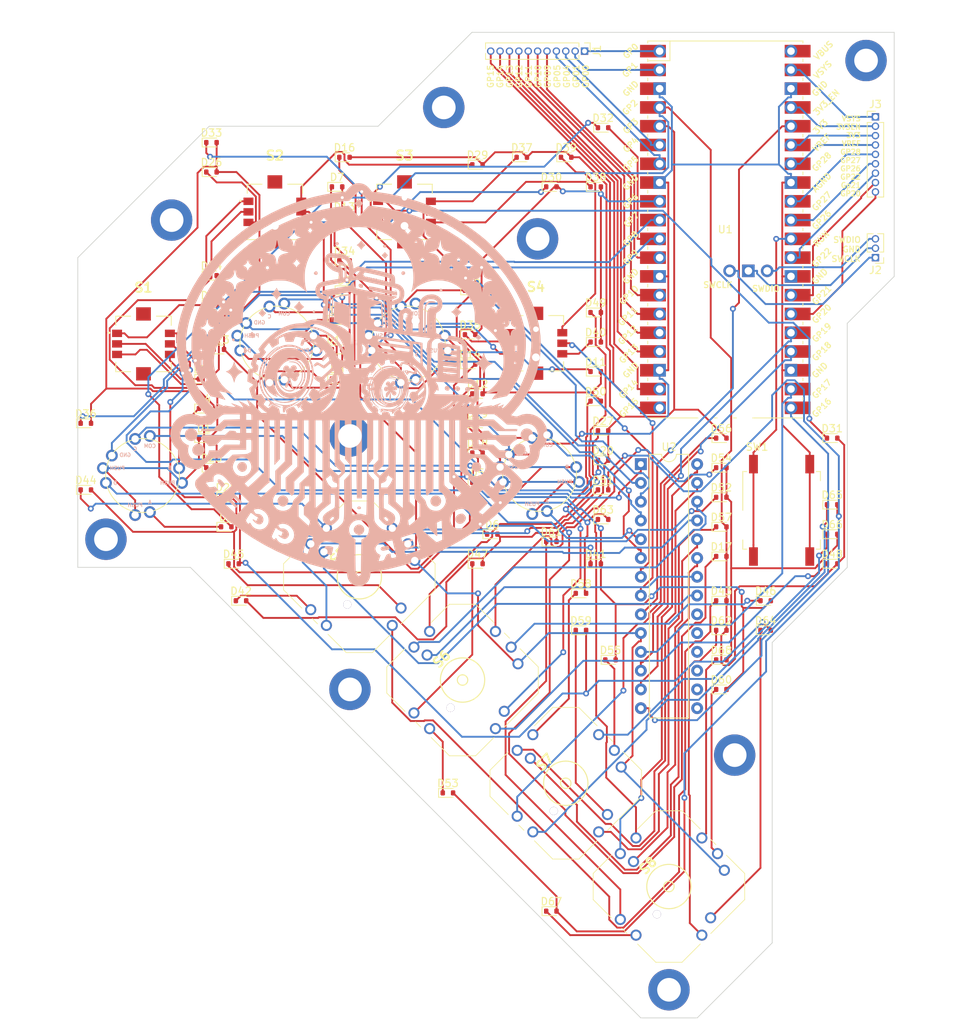
<source format=kicad_pcb>
(kicad_pcb (version 20221018) (generator pcbnew)
  (layers (0 "F.Cu" signal) (31 "B.Cu" signal) (34 "B.Paste" user) (35 "F.Paste" user) (36 "B.SilkS" user "B.Silkscreen") (37 "F.SilkS" user "F.Silkscreen") (38 "B.Mask" user) (39 "F.Mask" user) (44 "Edge.Cuts" user))
  (net 0 "")
  (net 1 "Net-(D1-K)")
  (net 2 "/PUSH")
  (net 3 "Net-(D2-K)")
  (net 4 "Net-(D3-K)")
  (net 5 "/UP")
  (net 6 "Net-(D4-K)")
  (net 7 "/LEFT")
  (net 8 "Net-(D5-K)")
  (net 9 "/DOWN")
  (net 10 "Net-(D6-K)")
  (net 11 "/RIGHT")
  (net 12 "Net-(D7-K)")
  (net 13 "Net-(D8-K)")
  (net 14 "Net-(D9-K)")
  (net 15 "Net-(D10-K)")
  (net 16 "Net-(D11-K)")
  (net 17 "Net-(D12-K)")
  (net 18 "Net-(D13-K)")
  (net 19 "Net-(D14-K)")
  (net 20 "Net-(D15-K)")
  (net 21 "Net-(D16-K)")
  (net 22 "Net-(D17-K)")
  (net 23 "Net-(D18-K)")
  (net 24 "Net-(D19-K)")
  (net 25 "Net-(D20-K)")
  (net 26 "Net-(D21-K)")
  (net 27 "Net-(D22-K)")
  (net 28 "Net-(D23-K)")
  (net 29 "Net-(D24-K)")
  (net 30 "Net-(D25-K)")
  (net 31 "Net-(D26-K)")
  (net 32 "Net-(D27-K)")
  (net 33 "Net-(D28-K)")
  (net 34 "Net-(D29-K)")
  (net 35 "Net-(D30-K)")
  (net 36 "Net-(D31-K)")
  (net 37 "Net-(D32-K)")
  (net 38 "Net-(D33-K)")
  (net 39 "Net-(D34-K)")
  (net 40 "Net-(D35-K)")
  (net 41 "Net-(D36-K)")
  (net 42 "Net-(D37-K)")
  (net 43 "Net-(D38-K)")
  (net 44 "Net-(D39-K)")
  (net 45 "Net-(D40-K)")
  (net 46 "Net-(D41-K)")
  (net 47 "Net-(D42-K)")
  (net 48 "Net-(D43-K)")
  (net 49 "Net-(D44-K)")
  (net 50 "Net-(D45-K)")
  (net 51 "Net-(D46-K)")
  (net 52 "Net-(D47-K)")
  (net 53 "Net-(D48-K)")
  (net 54 "Net-(D49-K)")
  (net 55 "Net-(D50-K)")
  (net 56 "Net-(D51-K)")
  (net 57 "Net-(D52-K)")
  (net 58 "Net-(D53-K)")
  (net 59 "Net-(D54-K)")
  (net 60 "Net-(D55-K)")
  (net 61 "Net-(D56-K)")
  (net 62 "Net-(D57-K)")
  (net 63 "Net-(D58-K)")
  (net 64 "Net-(D59-K)")
  (net 65 "Net-(D60-K)")
  (net 66 "Net-(D61-K)")
  (net 67 "Net-(D62-K)")
  (net 68 "Net-(D63-K)")
  (net 69 "Net-(D64-K)")
  (net 70 "Net-(D65-K)")
  (net 71 "Net-(D66-K)")
  (net 72 "Net-(D67-K)")
  (net 73 "Net-(D68-K)")
  (net 74 "Net-(J1-Pin_1)")
  (net 75 "Net-(J1-Pin_2)")
  (net 76 "Net-(J1-Pin_3)")
  (net 77 "Net-(J1-Pin_4)")
  (net 78 "Net-(J1-Pin_5)")
  (net 79 "Net-(J1-Pin_6)")
  (net 80 "Net-(J1-Pin_7)")
  (net 81 "Net-(J1-Pin_8)")
  (net 82 "Net-(J1-Pin_9)")
  (net 83 "Net-(J1-Pin_10)")
  (net 84 "Net-(J1-Pin_11)")
  (net 85 "GND")
  (net 86 "+3V3")
  (net 87 "/FingerSMDSwitches/COL_1")
  (net 90 "/FingerSMDSwitches/COL_2")
  (net 93 "/FingerSMDSwitches/COL_3")
  (net 96 "/FingerSMDSwitches/COL_4")
  (net 99 "/ThumbSwitches/COL_1")
  (net 100 "/ThumbSwitches/ENC_1")
  (net 101 "/ThumbSwitches/COL_2")
  (net 102 "/ThumbSwitches/ENC_2")
  (net 103 "/ThumbSwitches/COL_3")
  (net 104 "/ThumbSwitches/ENC_3")
  (net 105 "/ThumbSwitches/COL_4")
  (net 106 "/ThumbSwitches/ENC_4")
  (net 107 "Net-(U1-RUN)")
  (net 108 "/MISO")
  (net 109 "/IO_EXP_CS")
  (net 110 "/SCK")
  (net 111 "/MOSI")
  (net 113 "/FingerThroughHoleSwitches/COL_1")
  (net 114 "/FingerThroughHoleSwitches/COL_2")
  (net 115 "/FingerThroughHoleSwitches/COL_3")
  (net 116 "/FingerThroughHoleSwitches/COL_4")
  (net 123 "/ENC_A")
  (net 124 "/ENC_B")
  (net 125 "Net-(J2-Pin_1)")
  (net 126 "Net-(J2-Pin_2)")
  (net 127 "Net-(J2-Pin_3)")
  (net 128 "Net-(J3-Pin_1)")
  (net 129 "Net-(J3-Pin_2)")
  (net 130 "Net-(J3-Pin_3)")
  (net 131 "Net-(J3-Pin_4)")
  (net 132 "Net-(J3-Pin_5)")
  (net 133 "Net-(J3-Pin_6)")
  (net 134 "Net-(J3-Pin_7)")
  (net 135 "Net-(J3-Pin_8)")
  (net 136 "Net-(J3-Pin_9)")
  (footprint "Diode_SMD:D_SOD-523" (layer "F.Cu") (at 110 119)
    (fp_text reference "D59")
    (fp_text value "1N4148WT")
  )
  (footprint "Diode_SMD:D_SOD-523" (layer "F.Cu") (at 96 56)
    (fp_text reference "D29")
    (fp_text value "1N4148WT")
  )
  (footprint "Diode_SMD:D_SOD-523" (layer "F.Cu") (at 77 59)
    (fp_text reference "D7")
    (fp_text value "1N4148WT")
  )
  (footprint "Diode_SMD:D_SOD-523" (layer "F.Cu") (at 144 106)
    (fp_text reference "D66")
    (fp_text value "1N4148WT")
  )
  (footprint "Diode_SMD:D_SOD-523" (layer "F.Cu") (at 96 110)
    (fp_text reference "D47")
    (fp_text value "1N4148WT")
  )
  (footprint "Diode_SMD:D_SOD-523" (layer "F.Cu") (at 102 55)
    (fp_text reference "D37")
    (fp_text value "1N4148WT")
  )
  (footprint "Diode_SMD:D_SOD-523" (layer "F.Cu") (at 129 101)
    (fp_text reference "D52")
    (fp_text value "1N4148WT")
  )
  (footprint "Alps:RKJXT1F42001" (layer "F.Cu") (at 93.98 125.73 45)
    (fp_text reference "S6")
    (fp_text value "RKJXT1F42001" hide)
  )
  (footprint "MountingHole:MountingHole_3.2mm_M3_DIN965_Pad" (layer "F.Cu") (at 104.14 66.04)
    (fp_text reference "REF3" hide)
    (fp_text value "MountingHole_3.2mm_M3_DIN965_Pad")
  )
  (footprint "Diode_SMD:D_SOD-523" (layer "F.Cu") (at 78 69)
    (fp_text reference "D34")
    (fp_text value "1N4148WT")
  )
  (footprint "Connector_PinHeader_1.27mm:PinHeader_1x09_P1.27mm_Vertical" (layer "F.Cu") (at 149.86 49.53)
    (fp_text reference "J3")
    (fp_text value "Conn_01x09_Pin")
  )
  (footprint "Diode_SMD:D_SOD-523" (layer "F.Cu") (at 112 88)
    (fp_text reference "D50")
    (fp_text value "1N4148WT")
  )
  (footprint "Diode_SMD:D_SOD-523" (layer "F.Cu") (at 59 89)
    (fp_text reference "D4")
    (fp_text value "1N4148WT")
  )
  (footprint "Alps:RKJXT1F42001" (layer "F.Cu") (at 80.01 111.76 45)
    (fp_text reference "S5")
    (fp_text value "RKJXT1F42001" hide)
  )
  (footprint "Diode_SMD:D_SOD-523" (layer "F.Cu") (at 129 119)
    (fp_text reference "D62")
    (fp_text value "1N4148WT")
  )
  (footprint "Diode_SMD:D_SOD-523" (layer "F.Cu") (at 129 105)
    (fp_text reference "D57")
    (fp_text value "1N4148WT")
  )
  (footprint "MountingHole:MountingHole_3.2mm_M3_DIN965_Pad" (layer "F.Cu") (at 78.74 92.71)
    (fp_text reference "REF4" hide)
    (fp_text value "MountingHole_3.2mm_M3_DIN965_Pad")
  )
  (footprint "Diode_SMD:D_SOD-523" (layer "F.Cu") (at 112 110)
    (fp_text reference "D41")
    (fp_text value "1N4148WT")
  )
  (footprint "Diode_SMD:D_SOD-523" (layer "F.Cu") (at 106 107)
    (fp_text reference "D61")
    (fp_text value "1N4148WT")
  )
  (footprint "Diode_SMD:D_SOD-523" (layer "F.Cu") (at 98 106)
    (fp_text reference "D6")
    (fp_text value "1N4148WT")
  )
  (footprint "Diode_SMD:D_SOD-523" (layer "F.Cu") (at 60 75)
    (fp_text reference "D21")
    (fp_text value "1N4148WT")
  )
  (footprint "Diode_SMD:D_SOD-523" (layer "F.Cu") (at 96 99)
    (fp_text reference "D5")
    (fp_text value "1N4148WT")
  )
  (footprint "Diode_SMD:D_SOD-523" (layer "F.Cu") (at 60 57)
    (fp_text reference "D26")
    (fp_text value "1N4148WT")
  )
  (footprint "Diode_SMD:D_SOD-523" (layer "F.Cu") (at 144 93)
    (fp_text reference "D31")
    (fp_text value "1N4148WT")
  )
  (footprint "Diode_SMD:D_SOD-523" (layer "F.Cu") (at 64 115)
    (fp_text reference "D42")
    (fp_text value "1N4148WT")
  )
  (footprint "Diode_SMD:D_SOD-523" (layer "F.Cu") (at 63 110)
    (fp_text reference "D45")
    (fp_text value "1N4148WT")
  )
  (footprint "Button_Switch_SMD:SW_MEC_5GSH9" (layer "F.Cu") (at 137.16 102.77)
    (fp_text reference "SW1")
    (fp_text value "SW_MEC_5G")
  )
  (footprint "Diode_SMD:D_SOD-523" (layer "F.Cu") (at 78 55)
    (fp_text reference "D16")
    (fp_text value "1N4148WT")
  )
  (footprint "Diode_SMD:D_SOD-523" (layer "F.Cu") (at 129 115)
    (fp_text reference "D43")
    (fp_text value "1N4148WT")
  )
  (footprint "Diode_SMD:D_SOD-523" (layer "F.Cu") (at 113 104)
    (fp_text reference "D63")
    (fp_text value "1N4148WT")
  )
  (footprint "Diode_SMD:D_SOD-523" (layer "F.Cu") (at 77 77)
    (fp_text reference "D2")
    (fp_text value "1N4148WT")
  )
  (footprint "Diode_SMD:D_SOD-523" (layer "F.Cu") (at 43 100)
    (fp_text reference "D44")
    (fp_text value "1N4148WT")
  )
  (footprint "Diode_SMD:D_SOD-523" (layer "F.Cu") (at 95 73)
    (fp_text reference "D15")
    (fp_text value "1N4148WT")
  )
  (footprint "Diode_SMD:D_SOD-523" (layer "F.Cu") (at 96 91)
    (fp_text reference "D19")
    (fp_text value "1N4148WT")
  )
  (footprint "Alps:RKJXM1015004" (layer "F.Cu") (at 50.67 98.06)
    (fp_text reference "U3" hide)
    (fp_text value "RKJXM1015004")
  )
  (footprint "Alps:SKRHADE010" (layer "F.Cu") (at 86.125 62.385)
    (fp_text reference "S3")
    (fp_text value "SKRHADE010" hide)
  )
  (footprint "Alps:SKRHADE010" (layer "F.Cu") (at 103.905 80.165)
    (fp_text reference "S4")
    (fp_text value "SKRHADE010" hide)
  )
  (footprint "MountingHole:MountingHole_3.2mm_M3_DIN965_Pad" (layer "F.Cu") (at 91.44 48.26)
    (fp_text reference "REF10" hide)
    (fp_text value "MountingHole_3.2mm_M3_DIN965_Pad")
  )
  (footprint "Alps:SKRHADE010" (layer "F.Cu") (at 50.8 80.25)
    (fp_text reference "S1")
    (fp_text value "SKRHADE010" hide)
  )
  (footprint "Diode_SMD:D_SOD-523" (layer "F.Cu") (at 113 96)
    (fp_text reference "D20")
    (fp_text value "1N4148WT")
  )
  (footprint "Diode_SMD:D_SOD-523" (layer "F.Cu") (at 77 85)
    (fp_text reference "D8")
    (fp_text value "1N4148WT")
  )
  (footprint "Diode_SMD:D_SOD-523" (layer "F.Cu") (at 113 51)
    (fp_text reference "D32")
    (fp_text value "1N4148WT")
  )
  (footprint "Diode_SMD:D_SOD-523" (layer "F.Cu") (at 106 59)
    (fp_text reference "D30")
    (fp_text value "1N4148WT")
  )
  (footprint "Diode_SMD:D_SOD-523" (layer "F.Cu") (at 95 83)
    (fp_text reference "D14")
    (fp_text value "1N4148WT")
  )
  (footprint "Diode_SMD:D_SOD-523" (layer "F.Cu") (at 106 157)
    (fp_text reference "D67")
    (fp_text value "1N4148WT")
  )
  (footprint "Diode_SMD:D_SOD-523" (layer "F.Cu") (at 113 100)
    (fp_text reference "D51")
    (fp_text value "1N4148WT")
  )
  (footprint "Diode_SMD:D_SOD-523" (layer "F.Cu") (at 112 76)
    (fp_text reference "D49")
    (fp_text value "1N4148WT")
  )
  (footprint "Diode_SMD:D_SOD-523" (layer "F.Cu") (at 108 55)
    (fp_text reference "D39")
    (fp_text value "1N4148WT")
  )
  (footprint "Diode_SMD:D_SOD-523" (layer "F.Cu") (at 78 63)
    (fp_text reference "D13")
    (fp_text value "1N4148WT")
  )
  (footprint "Diode_SMD:D_SOD-523" (layer "F.Cu") (at 62 105)
    (fp_text reference "D3")
    (fp_text value "1N4148WT")
  )
  (footprint "Diode_SMD:D_SOD-523" (layer "F.Cu") (at 60 97)
    (fp_text reference "D25")
    (fp_text value "1N4148WT")
  )
  (footprint "Diode_SMD:D_SOD-523" (layer "F.Cu") (at 43 91)
    (fp_text reference "D36")
    (fp_text value "1N4148WT")
  )
  (footprint "Diode_SMD:D_SOD-523" (layer "F.Cu") (at 62 101)
    (fp_text reference "D28")
    (fp_text value "1N4148WT")
  )
  (footprint "Diode_SMD:D_SOD-523" (layer "F.Cu") (at 61 81)
    (fp_text reference "D23")
    (fp_text value "1N4148WT")
  )
  (footprint "Diode_SMD:D_SOD-523" (layer "F.Cu") (at 135 115)
    (fp_text reference "D46")
    (fp_text value "1N4148WT")
  )
  (footprint "Diode_SMD:D_SOD-523" (layer "F.Cu") (at 129 127)
    (fp_text reference "D60")
    (fp_text value "1N4148WT")
  )
  (footprint "Alps:RKJXM1015004" (layer "F.Cu") (at 68.85 80.14)
    (fp_text reference "U4" hide)
    (fp_text value "RKJXM1015004")
  )
  (footprint "MountingHole:MountingHole_3.2mm_M3_DIN965_Pad" (layer "F.Cu") (at 45.72 106.68)
    (fp_text reference "REF5" hide)
    (fp_text value "MountingHole_3.2mm_M3_DIN965_Pad")
  )
  (footprint "Diode_SMD:D_SOD-523" (layer "F.Cu") (at 60 53)
    (fp_text reference "D33")
    (fp_text value "1N4148WT")
  )
  (footprint "MountingHole:MountingHole_3.2mm_M3_DIN965_Pad" (layer "F.Cu") (at 121.92 167.64)
    (fp_text reference "REF9" hide)
    (fp_text value "MountingHole_3.2mm_M3_DIN965_Pad")
  )
  (footprint "Diode_SMD:D_SOD-523" (layer "F.Cu") (at 59 93)
    (fp_text reference "D1")
    (fp_text value "1N4148WT")
  )
  (footprint "Diode_SMD:D_SOD-523" (layer "F.Cu") (at 113 92)
    (fp_text reference "D27")
    (fp_text value "1N4148WT")
  )
  (footprint "Diode_SMD:D_SOD-523" (layer "F.Cu") (at 135 119)
    (fp_text reference "D64")
    (fp_text value "1N4148WT")
  )
  (footprint "Diode_SMD:D_SOD-523" (layer "F.Cu") (at 129 109)
    (fp_text reference "D17")
    (fp_text value "1N4148WT")
  )
  (footprint "MountingHole:MountingHole_3.2mm_M3_DIN965_Pad" (layer "F.Cu") (at 130.81 135.89)
    (fp_text reference "REF8" hide)
    (fp_text value "MountingHole_3.2mm_M3_DIN965_Pad")
  )
  (footprint "MountingHole:MountingHole_3.2mm_M3_DIN965_Pad" (layer "F.Cu") (at 54.61 63.5)
    (fp_text reference "REF1" hide)
    (fp_text value "MountingHole_3.2mm_M3_DIN965_Pad")
  )
  (footprint "Diode_SMD:D_SOD-523" (layer "F.Cu") (at 144 110)
    (fp_text reference "D48")
    (fp_text value "1N4148WT")
  )
  (footprint "Alps:RKJXT1F42001" (layer "F.Cu") (at 107.95 139.7 45)
    (fp_text reference "S7")
    (fp_text value "RKJXT1F42001" hide)
  )
  (footprint "Package_DIP:DIP-28_W7.62mm" (layer "F.Cu") (at 118.11 96.52)
    (fp_text reference "U2")
    (fp_text value "MCP23S17_SP")
  )
  (footprint "Diode_SMD:D_SOD-523" (layer "F.Cu") (at 110 114)
    (fp_text reference "D58")
    (fp_text value "1N4148WT")
  )
  (footprint "Connector_PinHeader_1.27mm:PinHeader_1x03_P1.27mm_Vertical" (layer "F.Cu") (at 149.86 68.58 180)
    (fp_text reference "J2")
    (fp_text value "Conn_01x03_Pin")
  )
  (footprint "Alps:RKJXM1015004" (layer "F.Cu") (at 86.63 80.14)
    (fp_text reference "U5" hide)
    (fp_text value "RKJXM1015004")
  )
  (footprint "Diode_SMD:D_SOD-523" (layer "F.Cu") (at 129 123)
    (fp_text reference "D68")
    (fp_text value "1N4148WT")
  )
  (footprint "Diode_SMD:D_SOD-523" (layer "F.Cu") (at 77 81)
    (fp_text reference "D10")
    (fp_text value "1N4148WT")
  )
  (footprint "Diode_SMD:D_SOD-523" (layer "F.Cu") (at 92 141)
    (fp_text reference "D53")
    (fp_text value "1N4148WT")
  )
  (footprint "Diode_SMD:D_SOD-523" (layer "F.Cu") (at 78 73)
    (fp_text reference "D9")
    (fp_text value "1N4148WT")
  )
  (footprint "Diode_SMD:D_SOD-523" (layer "F.Cu") (at 114 123)
    (fp_text reference "D55")
    (fp_text value "1N4148WT")
  )
  (footprint "Diode_SMD:D_SOD-523" (layer "F.Cu") (at 129 97)
    (fp_text reference "D54")
    (fp_text value "1N4148WT")
  )
  (footprint "Raspberry:RPi_PicoW_SMD_TH" (layer "F.Cu") (at 129.54 64.77)
    (fp_text reference "U1")
    (fp_text value "PicoW")
  )
  (footprint "Diode_SMD:D_SOD-523" (layer "F.Cu") (at 112 80)
    (fp_text reference "D40")
    (fp_text value "1N4148WT")
  )
  (footprint "Alps:RKJXT1F42001" (layer "F.Cu") (at 121.91 153.67 45)
    (fp_text reference "S8")
    (fp_text value "RKJXT1F42001" hide)
  )
  (footprint "Diode_SMD:D_SOD-523" (layer "F.Cu") (at 95 79)
    (fp_text reference "D35")
    (fp_text value "1N4148WT")
  )
  (footprint "Diode_SMD:D_SOD-523" (layer "F.Cu") (at 96 87)
    (fp_text reference "D12")
    (fp_text value "1N4148WT")
  )
  (footprint "Connector_PinHeader_1.27mm:PinHeader_1x11_P1.27mm_Vertical" (layer "F.Cu") (at 110.49 40.64 -90)
    (fp_text reference "J1")
    (fp_text value "Conn_01x11_Pin")
  )
  (footprint "Diode_SMD:D_SOD-523" (layer "F.Cu") (at 96 95)
    (fp_text reference "D18")
    (fp_text value "1N4148WT")
  )
  (footprint "Alps:RKJXM1015004" (layer "F.Cu") (at 104.41 97.92)
    (fp_text reference "U6" hide)
    (fp_text value "RKJXM1015004")
  )
  (footprint "MountingHole:MountingHole_3.2mm_M3_DIN965_Pad" (layer "F.Cu") (at 148.59 41.91)
    (fp_text reference "REF2" hide)
    (fp_text value "MountingHole_3.2mm_M3_DIN965_Pad")
  )
  (footprint "Diode_SMD:D_SOD-523" (layer "F.Cu") (at 60 71)
    (fp_text reference "D24")
    (fp_text value "1N4148WT")
  )
  (footprint "Alps:SKRHADE010" (layer "F.Cu") (at 68.58 62.385)
    (fp_text reference "S2")
    (fp_text value "SKRHADE010" hide)
  )
  (footprint "Diode_SMD:D_SOD-523" (layer "F.Cu") (at 59 85)
    (fp_text reference "D22")
    (fp_text value "1N4148WT")
  )
  (footprint "Diode_SMD:D_SOD-523" (layer "F.Cu") (at 144 102)
    (fp_text reference "D65")
    (fp_text value "1N4148WT")
  )
  (footprint "Diode_SMD:D_SOD-523" (layer "F.Cu") (at 112 84)
    (fp_text reference "D11")
    (fp_text value "1N4148WT")
  )
  (footprint "Diode_SMD:D_SOD-523" (layer "F.Cu") (at 112 59)
    (fp_text reference "D38")
    (fp_text value "1N4148WT")
  )
  (footprint "Diode_SMD:D_SOD-523" (layer "F.Cu") (at 129 93)
    (fp_text reference "D56")
    (fp_text value "1N4148WT")
  )
  (footprint "MountingHole:MountingHole_3.2mm_M3_DIN965_Pad" (layer "F.Cu") (at 78.74 127)
    (fp_text reference "REF7" hide)
    (fp_text value "MountingHole_3.2mm_M3_DIN965_Pad")
  )
  (footprint "LOGO" (layer "B.Cu") (at 80.01 85.725 180)
    (fp_text reference "G***")
    (fp_text value "LOGO" hide)
  )
  (gr_line locked (start 41.91 110.49) (end 41.91 68.58) (stroke (width 0.1)) (layer "Edge.Cuts"))
  (gr_line locked (start 135.89 161.29) (end 125.73 171.45) (stroke (width 0.1)) (layer "Edge.Cuts"))
  (gr_line locked (start 118.11 171.45) (end 125.73 171.45) (stroke (width 0.1)) (layer "Edge.Cuts"))
  (gr_line locked (start 118.11 171.45) (end 57.15 110.49) (stroke (width 0.1)) (layer "Edge.Cuts"))
  (gr_line locked (start 95.25 38.1) (end 152.4 38.1) (stroke (width 0.1)) (layer "Edge.Cuts"))
  (gr_line locked (start 135.89 161.29) (end 135.89 120.65) (stroke (width 0.1)) (layer "Edge.Cuts"))
  (gr_line locked (start 59.69 50.8) (end 82.55 50.8) (stroke (width 0.1)) (layer "Edge.Cuts"))
  (gr_line locked (start 146.05 110.49) (end 146.05 77.47) (stroke (width 0.1)) (layer "Edge.Cuts"))
  (gr_line locked (start 152.4 38.1) (end 152.4 71.12) (stroke (width 0.1)) (layer "Edge.Cuts"))
  (gr_line locked (start 57.15 110.49) (end 41.91 110.49) (stroke (width 0.1)) (layer "Edge.Cuts"))
  (gr_line locked (start 146.05 77.47) (end 152.4 71.12) (stroke (width 0.1)) (layer "Edge.Cuts"))
  (gr_line locked (start 82.55 50.8) (end 95.25 38.1) (stroke (width 0.1)) (layer "Edge.Cuts"))
  (gr_line locked (start 135.89 120.65) (end 146.05 110.49) (stroke (width 0.1)) (layer "Edge.Cuts"))
  (gr_line locked (start 41.91 68.58) (end 59.69 50.8) (stroke (width 0.1)) (layer "Edge.Cuts"))
  (gr_text "GP15\nGP14\nGP13\nGP12\nGP11\nGP10\nGP09\nGP05\nGP04\nGP01\nGP00" (at 111.125 45.72 90) (layer "F.SilkS") (effects (font (size 0.8 0.8)) (justify left bottom)))
  (gr_text "VSYS\n3V3EN\n3V3\nVREF\nGP28\nGP27\nGP26\nGP22\nGp21\nGP20" (at 147.955 60.325) (layer "F.SilkS") (effects (font (size 0.7 0.7)) (justify right bottom)))
  (gr_text "SWDIO\nGND\nSWCLK" (at 147.955 69.215) (layer "F.SilkS") (effects (font (size 0.8 0.8)) (justify right bottom)))
  (segment (start 49.67 101.41) (end 45.32 97.06) (width 0.25) (layer "F.Cu") (net 1))
  (segment (start 56.02 99.06) (end 58.3 96.78) (width 0.25) (layer "F.Cu") (net 1))
  (segment (start 58.3 96.78) (end 58.3 93) (width 0.25) (layer "F.Cu") (net 1))
  (segment (start 49.67 103.41) (end 49.67 101.41) (width 0.25) (layer "F.Cu") (net 1))
  (segment (start 54.02 97.06) (end 56.02 99.06) (width 0.25) (layer "B.Cu") (net 1))
  (segment (start 45.32 97.06) (end 54.02 97.06) (width 0.25) (layer "B.Cu") (net 1))
  (segment (start 60.7 97) (end 63.8549 100.1549) (width 0.25) (layer "F.Cu") (net 2))
  (segment (start 112.7 84) (end 112.7 85.6412) (width 0.25) (layer "F.Cu") (net 2))
  (segment (start 59.7 93) (end 60.7 94) (width 0.25) (layer "F.Cu") (net 2))
  (segment (start 120.65 66.04) (end 117.6731 66.04) (width 0.25) (layer "F.Cu") (net 2))
  (segment (start 63.8549 100.1549) (end 63.8549 109.8451) (width 0.25) (layer "F.Cu") (net 2))
  (segment (start 94.0712 79.6775) (end 93.9522 79.6775) (width 0.25) (layer "F.Cu") (net 2))
  (segment (start 93.6445 78.5491) (end 93.8747 78.3189) (width 0.25) (layer "F.Cu") (net 2))
  (segment (start 96.5553 78.1447) (end 95.7 79) (width 0.25) (layer "F.Cu") (net 2))
  (segment (start 63.8549 109.8451) (end 63.7 110) (width 0.25) (layer "F.Cu") (net 2))
  (segment (start 64.6055 109.8663) (end 63.8761 109.8663) (width 0.25) (layer "F.Cu") (net 2))
  (segment (start 96.5553 69.9077) (end 96.5553 78.1447) (width 0.25) (layer "F.Cu") (net 2))
  (segment (start 96.8794 82.4857) (end 94.0712 79.6775) (width 0.25) (layer "F.Cu") (net 2))
  (segment (start 61 83.7) (end 59.7 85) (width 0.25) (layer "F.Cu") (net 2))
  (segment (start 93.9522 79.6775) (end 93.6445 79.3698) (width 0.25) (layer "F.Cu") (net 2))
  (segment (start 96.7 87) (end 96.8794 86.8206) (width 0.25) (layer "F.Cu") (net 2))
  (segment (start 62.6112 75.6792) (end 61 77.2904) (width 0.25) (layer "F.Cu") (net 2))
  (segment (start 96.8794 86.8206) (end 111.5206 86.8206) (width 0.25) (layer "F.Cu") (net 2))
  (segment (start 134.5929 117.8929) (end 134.5661 117.8929) (width 0.25) (layer "F.Cu") (net 2))
  (segment (start 96.8794 86.8206) (end 96.8794 82.4857) (width 0.25) (layer "F.Cu") (net 2))
  (segment (start 112.7 85.6412) (end 111.5206 86.8206) (width 0.25) (layer "F.Cu") (net 2))
  (segment (start 60.7927 91.9073) (end 59.7 93) (width 0.25) (layer "F.Cu") (net 2))
  (segment (start 117.6731 54.9731) (end 113.7 51) (width 0.25) (layer "F.Cu") (net 2))
  (segment (start 63.8761 109.8663) (end 63.8549 109.8451) (width 0.25) (layer "F.Cu") (net 2))
  (segment (start 60.7927 86.0927) (end 60.7927 91.9073) (width 0.25) (layer "F.Cu") (net 2))
  (segment (start 95.0189 78.3189) (end 95.7 79) (width 0.25) (layer "F.Cu") (net 2))
  (segment (start 117.6731 66.04) (end 117.6731 54.9731) (width 0.25) (layer "F.Cu") (net 2))
  (segment (start 59.7 85) (end 60.7927 86.0927) (width 0.25) (layer "F.Cu") (net 2))
  (segment (start 77.7 77) (end 77.7 73.9547) (width 0.25) (layer "F.Cu") (net 2))
  (segment (start 110.7 119) (end 110.7 127.5495) (width 0.25) (layer "F.Cu") (net 2))
  (segment (start 93.6445 79.3698) (end 93.6445 78.5491) (width 0.25) (layer "F.Cu") (net 2))
  (segment (start 61 77.2904) (end 61 83.7) (width 0.25) (layer "F.Cu") (net 2))
  (segment (start 135.7 119) (end 134.5929 117.8929) (width 0.25) (layer "F.Cu") (net 2))
  (segment (start 60.7 94) (end 60.7 97) (width 0.25) (layer "F.Cu") (net 2))
  (segment (start 111.5206 86.8206) (end 112.7 88) (width 0.25) (layer "F.Cu") (net 2))
  (segment (start 93.8747 78.3189) (end 95.0189 78.3189) (width 0.25) (layer "F.Cu") (net 2))
  (via (at 110.7 127.5495) (size 0.8) (drill 0.4) (layers "F.Cu" "B.Cu") (net 2))
  (via (at 134.5661 117.8929) (size 0.8) (drill 0.4) (layers "F.Cu" "B.Cu") (net 2))
  (via (at 64.6055 109.8663) (size 0.8) (drill 0.4) (layers "F.Cu" "B.Cu") (net 2))
  (via (at 96.5553 69.9077) (size 0.8) (drill 0.4) (layers "F.Cu" "B.Cu") (net 2))
  (via (at 62.6112 75.6792) (size 0.8) (drill 0.4) (layers "F.Cu" "B.Cu") (net 2))
  (via (at 77.7 73.9547) (size 0.8) (drill 0.4) (layers "F.Cu" "B.Cu") (net 2))
  (segment (start 122.7614 125.8349) (end 125.3526 123.2437) (width 0.25) (layer "B.Cu") (net 2))
  (segment (start 110.7 127.5495) (end 112.4145 125.835) (width 0.25) (layer "B.Cu") (net 2))
  (segment (start 122.7614 125.835) (end 122.7614 125.8349) (width 0.25) (layer "B.Cu") (net 2))
  (segment (start 82.0686 121.5731) (end 76.3123 121.5731) (width 0.25) (layer "B.Cu") (net 2))
  (segment (start 77.7431 73.2049) (end 77.7 73.2049) (width 0.25) (layer "B.Cu") (net 2))
  (segment (start 115.6054 69.9077) (end 119.4731 66.04) (width 0.25) (layer "B.Cu") (net 2))
  (segment (start 77.7 73.2049) (end 77.7 73.9547) (width 0.25) (layer "B.Cu") (net 2))
  (segment (start 76.3123 121.5731) (end 64.6055 109.8663) (width 0.25) (layer "B.Cu") (net 2))
  (segment (start 65.0855 73.2049) (end 62.6112 75.6792) (width 0.25) (layer "B.Cu") (net 2))
  (segment (start 77.7 73.2049) (end 65.0855 73.2049) (width 0.25) (layer "B.Cu") (net 2))
  (segment (start 81.0402 69.9078) (end 77.7431 73.2049) (width 0.25) (layer "B.Cu") (net 2))
  (segment (start 96.5553 69.9078) (end 81.0402 69.9078) (width 0.25) (layer "B.Cu") (net 2))
  (segment (start 110.7 127.5495) (end 107.5142 127.5495) (width 0.25) (layer "B.Cu") (net 2))
  (segment (start 125.3526 123.2437) (end 129.2153 123.2437) (width 0.25) (layer "B.Cu") (net 2))
  (segment (start 120.65 66.04) (end 119.4731 66.04) (width 0.25) (layer "B.Cu") (net 2))
  (segment (start 93.8981 133.4026) (end 82.0686 121.5731) (width 0.25) (layer "B.Cu") (net 2))
  (segment (start 101.6611 133.4026) (end 93.8981 133.4026) (width 0.25) (layer "B.Cu") (net 2))
  (segment (start 129.2153 123.2437) (end 134.5661 117.8929) (width 0.25) (layer "B.Cu") (net 2))
  (segment (start 96.5553 69.9077) (end 96.5553 69.9078) (width 0.25) (layer "B.Cu") (net 2))
  (segment (start 96.5553 69.9077) (end 115.6054 69.9077) (width 0.25) (layer "B.Cu") (net 2))
  (segment (start 107.5142 127.5495) (end 101.6611 133.4026) (width 0.25) (layer "B.Cu") (net 2))
  (segment (start 112.4145 125.835) (end 122.7614 125.835) (width 0.25) (layer "B.Cu") (net 2))
  (segment (start 74.3385 77) (end 76.3 77) (width 0.25) (layer "F.Cu") (net 3))
  (segment (start 74.2 81.14) (end 72.663 79.603) (width 0.25) (layer "F.Cu") (net 3))
  (segment (start 72.663 79.603) (end 72.663 78.6755) (width 0.25) (layer "F.Cu") (net 3))
  (segment (start 72.663 78.6755) (end 74.3385 77) (width 0.25) (layer "F.Cu") (net 3))
  (segment (start 68.0545 85.2855) (end 67.85 85.49) (width 0.25) (layer "B.Cu") (net 3))
  (segment (start 70.609 81.14) (end 68.0545 83.6945) (width 0.25) (layer "B.Cu") (net 3))
  (segment (start 68.0545 83.6945) (end 63.5 79.14) (width 0.25) (layer "B.Cu") (net 3))
  (segment (start 68.0545 83.6945) (end 68.0545 85.2855) (width 0.25) (layer "B.Cu") (net 3))
  (segment (start 74.2 81.14) (end 70.609 81.14) (width 0.25) (layer "B.Cu") (net 3))
  (segment (start 53.66 105) (end 51.67 103.01) (width 0.25) (layer "F.Cu") (net 4))
  (segment (start 61.3 105) (end 53.66 105) (width 0.25) (layer "F.Cu") (net 4))
  (segment (start 76.653 66.953) (end 78.7 69) (width 0.25) (layer "F.Cu") (net 5))
  (segment (start 60.7 74.163) (end 60.7 71) (width 0.25) (layer "F.Cu") (net 5))
  (segment (start 129.7 105) (end 129.7 109) (width 0.25) (layer "F.Cu") (net 5))
  (segment (start 77.7 62) (end 78.7 63) (width 0.25) (layer "F.Cu") (net 5))
  (segment (start 62.7 105) (end 60.3208 102.6208) (width 0.25) (layer "F.Cu") (net 5))
  (segment (start 77.1855 62) (end 76.653 62.5325) (width 0.25) (layer "F.Cu") (net 5))
  (segment (start 60.7 75) (end 61.1185 74.5815) (width 0.25) (layer "F.Cu") (net 5))
  (segment (start 52.9281 98.2427) (end 52.9281 88.5235) (width 0.25) (layer "F.Cu") (net 5))
  (segment (start 141.6572 113.0428) (end 144.7 110) (width 0.25) (layer "F.Cu") (net 5))
  (segment (start 130.3337 82.1684) (end 130.3337 94.7054) (width 0.25) (layer "F.Cu") (net 5))
  (segment (start 130.8457 113.6922) (end 131.4951 113.0428) (width 0.25) (layer "F.Cu") (net 5))
  (segment (start 52.9281 88.5235) (end 51.4547 87.0501) (width 0.25) (layer "F.Cu") (net 5))
  (segment (start 77.7 60.4583) (end 77.7 62) (width 0.25) (layer "F.Cu") (net 5))
  (segment (start 130.8457 122.88) (end 130.8457 113.6922) (width 0.25) (layer "F.Cu") (net 5))
  (segment (start 120.65 48.26) (end 121.8269 48.26) (width 0.25) (layer "F.Cu") (net 5))
  (segment (start 61.1185 74.5815) (end 61.6323 74.5815) (width 0.25) (layer "F.Cu") (net 5))
  (segment (start 131.4951 113.0428) (end 141.6572 113.0428) (width 0.25) (layer "F.Cu") (net 5))
  (segment (start 129 119.7) (end 129 123.3874) (width 0.25) (layer "F.Cu") (net 5))
  (segment (start 129.053 95.9861) (end 129.053 104.353) (width 0.25) (layer "F.Cu") (net 5))
  (segment (start 127.5666 79.4013) (end 130.3337 82.1684) (width 0.25) (layer "F.Cu") (net 5))
  (segment (start 76.653 62.5325) (end 76.653 66.953) (width 0.25) (layer "F.Cu") (net 5))
  (segment (start 129.053 104.353) (end 129.7 105) (width 0.25) (layer "F.Cu") (net 5))
  (segment (start 129.3145 123.7019) (end 130.0238 123.7019) (width 0.25) (layer "F.Cu") (net 5))
  (segment (start 130.3337 94.7054) (end 129.053 95.9861) (width 0.25) (layer "F.Cu") (net 5))
  (segment (start 129 123.3874) (end 129.3145 123.7019) (width 0.25) (layer "F.Cu") (net 5))
  (segment (start 145.6323 109.0677) (end 145.6323 93.9323) (width 0.25) (layer "F.Cu") (net 5))
  (segment (start 129.7 115) (end 129.7 109) (width 0.25) (layer "F.Cu") (net 5))
  (segment (start 77.7 62) (end 77.1855 62) (width 0.25) (layer "F.Cu") (net 5))
  (segment (start 77.7 59) (end 77.7 60.4583) (width 0.25) (layer "F.Cu") (net 5))
  (segment (start 57.3062 102.6208) (end 52.9281 98.2427) (width 0.25) (layer "F.Cu") (net 5))
  (segment (start 130.0238 123.7019) (end 130.8457 122.88) (width 0.25) (layer "F.Cu") (net 5))
  (segment (start 61.1185 74.5815) (end 60.7 74.163) (width 0.25) (layer "F.Cu") (net 5))
  (segment (start 145.6323 93.9323) (end 144.7 93) (width 0.25) (layer "F.Cu") (net 5))
  (segment (start 121.8269 48.26) (end 127.5666 53.9997) (width 0.25) (layer "F.Cu") (net 5))
  (segment (start 129.7 119) (end 129 119.7) (width 0.25) (layer "F.Cu") (net 5))
  (segment (start 129.7 115) (end 129.7 119) (width 0.25) (layer "F.Cu") (net 5))
  (segment (start 127.5666 53.9997) (end 127.5666 79.4013) (width 0.25) (layer "F.Cu") (net 5))
  (segment (start 60.3208 102.6208) (end 57.3062 102.6208) (width 0.25) (layer "F.Cu") (net 5))
  (segment (start 144.7 110) (end 145.6323 109.0677) (width 0.25) (layer "F.Cu") (net 5))
  (via (at 51.4547 87.0501) (size 0.8) (drill 0.4) (layers "F.Cu" "B.Cu") (net 5))
  (via (at 61.6323 74.5815) (size 0.8) (drill 0.4) (layers "F.Cu" "B.Cu") (net 5))
  (via (at 77.7 60.4583) (size 0.8) (drill 0.4) (layers "F.Cu" "B.Cu") (net 5))
  (segment (start 120.65 48.26) (end 120.65 49.4369) (width 0.25) (layer "B.Cu") (net 5))
  (segment (start 51.4548 87.0501) (end 51.4547 87.0501) (width 0.25) (layer "B.Cu") (net 5))
  (segment (start 84.3008 60.4583) (end 87.6045 57.1546) (width 0.25) (layer "B.Cu") (net 5))
  (segment (start 121.8337 50.2548) (end 121.0158 49.4369) (width 0.25) (layer "B.Cu") (net 5))
  (segment (start 61.6323 74.5815) (end 51.4548 84.759) (width 0.25) (layer "B.Cu") (net 5))
  (segment (start 121.0158 49.4369) (end 120.65 49.4369) (width 0.25) (layer "B.Cu") (net 5))
  (segment (start 121.8337 56.3663) (end 121.8337 50.2548) (width 0.25) (layer "B.Cu") (net 5))
  (segment (start 75.7555 60.4583) (end 61.6323 74.5815) (width 0.25) (layer "B.Cu") (net 5))
  (segment (start 51.4548 84.759) (end 51.4548 87.0501) (width 0.25) (layer "B.Cu") (net 5))
  (segment (start 121.0454 57.1546) (end 121.8337 56.3663) (width 0.25) (layer "B.Cu") (net 5))
  (segment (start 77.7 60.4583) (end 75.7555 60.4583) (width 0.25) (layer "B.Cu") (net 5))
  (segment (start 77.7 60.4583) (end 84.3008 60.4583) (width 0.25) (layer "B.Cu") (net 5))
  (segment (start 87.6045 57.1546) (end 121.0454 57.1546) (width 0.25) (layer "B.Cu") (net 5))
  (segment (start 55.62 97.06) (end 55.62 91.68) (width 0.25) (layer "F.Cu") (net 6))
  (segment (start 55.62 91.68) (end 58.3 89) (width 0.25) (layer "F.Cu") (net 6))
  (segment (start 75.2382 85.68) (end 77.02 85.68) (width 0.25) (layer "F.Cu") (net 7))
  (segment (start 66.1806 85.4806) (end 61.7 81) (width 0.25) (layer "F.Cu") (net 7))
  (segment (start 43.7 91) (end 43.7 88.364) (width 0.25) (layer "F.Cu") (net 7))
  (segment (start 114.7 123) (end 114.7 115.4725) (width 0.25) (layer "F.Cu") (net 7))
  (segment (start 59.7 89) (end 57.3528 86.6528) (width 0.25) (layer "F.Cu") (net 7))
  (segment (start 61.7 78.1401) (end 66.4935 73.3466) (width 0.25) (layer "F.Cu") (net 7))
  (segment (start 114.7 115.4725) (end 112.7 113.4725) (width 0.25) (layer "F.Cu") (net 7))
  (segment (start 66.1806 85.4806) (end 67.7049 83.9563) (width 0.25) (layer "F.Cu") (net 7))
  (segment (start 66.1806 89.833) (end 66.1806 85.4806) (width 0.25) (layer "F.Cu") (net 7))
  (segment (start 67.7049 83.9563) (end 73.5145 83.9563) (width 0.25) (layer "F.Cu") (net 7))
  (segment (start 60.7 56.2617) (end 60.7 57) (width 0.25) (layer "F.Cu") (net 7))
  (segment (start 52.0854 86.6528) (end 51.7284 86.2958) (width 0.25) (layer "F.Cu") (net 7))
  (segment (start 61.7 81) (end 61.7 78.1401) (width 0.25) (layer "F.Cu") (net 7))
  (segment (start 66.4935 60.1141) (end 63.3794 57) (width 0.25) (layer "F.Cu") (net 7))
  (segment (start 92.8204 98.226) (end 92.8204 105.7774) (width 0.25) (layer "F.Cu") (net 7))
  (segment (start 60.7 53) (end 60.7 56.2617) (width 0.25) (layer "F.Cu") (net 7))
  (segment (start 77.7 81) (end 77.7 85) (width 0.25) (layer "F.Cu") (net 7))
  (segment (start 131.9746 124.7254) (end 129.7 127) (width 0.25) (layer "F.Cu") (net 7))
  (segment (start 77.02 85.68) (end 77.7 85) (width 0.25) (layer "F.Cu") (net 7))
  (segment (start 94.9573 94.3161) (end 94.2926 94.9808) (width 0.25) (layer "F.Cu") (net 7))
  (segment (start 73.5145 83.9563) (end 75.2382 85.68) (width 0.25) (layer "F.Cu") (net 7))
  (segment (start 78.7 80) (end 77.7 81) (width 0.25) (layer "F.Cu") (net 7))
  (segment (start 95.7 83) (end 92.8204 85.8796) (width 0.25) (layer "F.Cu") (net 7))
  (segment (start 92.8204 105.7774) (end 87.9288 110.669) (width 0.25) (layer "F.Cu") (net 7))
  (segment (start 45.7682 86.2958) (end 45.7682 76.8584) (width 0.25) (layer "F.Cu") (net 7))
  (segment (start 63.3794 57) (end 60.7 57) (width 0.25) (layer "F.Cu") (net 7))
  (segment (start 58.1163 64.5103) (end 58.1163 57.1382) (width 0.25) (layer "F.Cu") (net 7))
  (segment (start 66.4935 73.3466) (end 66.4935 60.1141) (width 0.25) (layer "F.Cu") (net 7))
  (segment (start 131.9746 115.9724) (end 131.9746 124.7254) (width 0.25) (layer "F.Cu") (net 7))
  (segment (start 131.7601 115.7579) (end 131.9746 115.9724) (width 0.25) (layer "F.Cu") (net 7))
  (segment (start 51.7284 86.2958) (end 45.7682 86.2958) (width 0.25) (layer "F.Cu") (net 7))
  (segment (start 43.7 88.364) (end 45.7682 86.2958) (width 0.25) (layer "F.Cu") (net 7))
  (segment (start 58.1163 57.1382) (end 58.9928 56.2617) (width 0.25) (layer "F.Cu") (net 7))
  (segment (start 114.7 115.4725) (end 118.5315 115.4725) (width 0.25) (layer "F.Cu") (net 7))
  (segment (start 112.7 113.4725) (end 112.7 110) (width 0.25) (layer "F.Cu") (net 7))
  (segment (start 118.5315 115.4725) (end 119.5581 114.4459) (width 0.25) (layer "F.Cu") (net 7))
  (segment (start 87.0166 110.669) (end 66.1806 89.833) (width 0.25) (layer "F.Cu") (net 7))
  (segment (start 94.2926 97.9368) (end 94.5806 98.2248) (width 0.25) (layer "F.Cu") (net 7))
  (segment (start 92.8204 85.8796) (end 92.8204 98.226) (width 0.25) (layer "F.Cu") (net 7))
  (segment (start 131.9746 115.9724) (end 134.7276 115.9724) (width 0.25) (layer "F.Cu") (net 7))
  (segment (start 58.9928 56.2617) (end 60.7 56.2617) (width 0.25) (layer "F.Cu") (net 7))
  (segment (start 87.9288 110.669) (end 87.0166 110.669) (width 0.25) (layer "F.Cu") (net 7))
  (segment (start 78.7 71.9435) (end 78.7 73) (width 0.25) (layer "F.Cu") (net 7))
  (segment (start 131.7601 113.8121) (end 131.7601 115.7579) (width 0.25) (layer "F.Cu") (net 7))
  (segment (start 112.7 110) (end 112.7 105.202) (width 0.25) (layer "F.Cu") (net 7))
  (segment (start 96.0161 94.3161) (end 94.9573 94.3161) (width 0.25) (layer "F.Cu") (net 7))
  (segment (start 119.5581 114.4459) (end 119.5581 114.3972) (width 0.25) (layer "F.Cu") (net 7))
  (segment (start 45.7682 76.8584) (end 58.1163 64.5103) (width 0.25) (layer "F.Cu") (net 7))
  (segment (start 134.7276 115.9724) (end 135.7 115) (width 0.25) (layer "F.Cu") (net 7))
  (segment (start 78.7 73) (end 78.7 80) (width 0.25) (layer "F.Cu") (net 7))
  (segment (start 57.3528 86.6528) (end 52.0854 86.6528) (width 0.25) (layer "F.Cu") (net 7))
  (segment (start 94.2926 94.9808) (end 94.2926 97.9368) (width 0.25) (layer "F.Cu") (net 7))
  (segment (start 78.3335 71.577) (end 78.7 71.9435) (width 0.25) (layer "F.Cu") (net 7))
  (segment (start 96.7 95) (end 96.0161 94.3161) (width 0.25) (layer "F.Cu") (net 7))
  (via (at 92.8204 98.226) (size 0.8) (drill 0.4) (layers "F.Cu" "B.Cu") (net 7))
  (via (at 119.5581 114.3972) (size 0.8) (drill 0.4) (layers "F.Cu" "B.Cu") (net 7))
  (via (at 131.7601 113.8121) (size 0.8) (drill 0.4) (layers "F.Cu" "B.Cu") (net 7))
  (via (at 78.3335 71.577) (size 0.8) (drill 0.4) (layers "F.Cu" "B.Cu") (net 7))
  (via (at 112.7 105.202) (size 0.8) (drill 0.4) (layers "F.Cu" "B.Cu") (net 7))
  (via (at 94.5806 98.2248) (size 0.8) (drill 0.4) (layers "F.Cu" "B.Cu") (net 7))
  (segment (start 101.0147 69.1823) (end 100.9646 69.1322) (width 0.25) (layer "B.Cu") (net 7))
  (segment (start 100.9646 69.1322) (end 80.7783 69.1322) (width 0.25) (layer "B.Cu") (net 7))
  (segment (start 97.3984 100.9789) (end 107.9798 100.9789) (width 0.25) (layer "B.Cu") (net 7))
  (segment (start 110.0944 102.5964) (end 112.7 105.202) (width 0.25) (layer "B.Cu") (net 7))
  (segment (start 131.1164 113.1684) (end 120.7869 113.1684) (width 0.25) (layer "B.Cu") (net 7))
  (segment (start 107.9798 100.9789) (end 109.5973 102.5964) (width 0.25) (layer "B.Cu") (net 7))
  (segment (start 120.7869 113.1684) (end 119.5581 114.3972) (width 0.25) (layer "B.Cu") (net 7))
  (segment (start 80.7783 69.1322) (end 78.3335 71.577) (width 0.25) (layer "B.Cu") (net 7))
  (segment (start 120.65 63.5) (end 119.4731 63.5) (width 0.25) (layer "B.Cu") (net 7))
  (segment (start 94.6455 98.226) (end 97.3984 100.9789) (width 0.25) (layer "B.Cu") (net 7))
  (segment (start 131.7601 113.8121) (end 131.1164 113.1684) (width 0.25) (layer "B.Cu") (net 7))
  (segment (start 92.8204 98.226) (end 94.5806 98.226) (width 0.25) (layer "B.Cu") (net 7))
  (segment (start 109.5973 102.5964) (end 110.0944 102.5964) (width 0.25) (layer "B.Cu") (net 7))
  (segment (start 119.4731 63.5) (end 113.7908 69.1823) (width 0.25) (layer "B.Cu") (net 7))
  (segment (start 94.5806 98.226) (end 94.5806 98.2248) (width 0.25) (layer "B.Cu") (net 7))
  (segment (start 94.5806 98.226) (end 94.6455 98.226) (width 0.25) (layer "B.Cu") (net 7))
  (segment (start 113.7908 69.1823) (end 101.0147 69.1823) (width 0.25) (layer "B.Cu") (net 7))
  (segment (start 95.3816 97.0858) (end 95.3816 98.9184) (width 0.25) (layer "F.Cu") (net 8))
  (segment (start 95.0206 96.7248) (end 95.3816 97.0858) (width 0.25) (layer "F.Cu") (net 8))
  (segment (start 95.3816 98.9184) (end 95.3 99) (width 0.25) (layer "F.Cu") (net 8))
  (via (at 95.0206 96.7248) (size 0.8) (drill 0.4) (layers "F.Cu" "B.Cu") (net 8))
  (segment (start 49.67 93.11) (end 51.2028 91.5772) (width 0.25) (layer "B.Cu") (net 8))
  (segment (start 71.6533 91.5772) (end 76.8009 96.7248) (width 0.25) (layer "B.Cu") (net 8))
  (segment (start 51.2028 91.5772) (end 71.6533 91.5772) (width 0.25) (layer "B.Cu") (net 8))
  (segment (start 76.8009 96.7248) (end 95.0206 96.7248) (width 0.25) (layer "B.Cu") (net 8))
  (segment (start 43.7 100) (end 49.3775 105.6775) (width 0.25) (layer "F.Cu") (net 9))
  (segment (start 94.965 104.3259) (end 94.965 99.7166) (width 0.25) (layer "F.Cu") (net 9))
  (segment (start 96.3642 85.9568) (end 95.9985 86.3225) (width 0.25) (layer "F.Cu") (net 9))
  (segment (start 63.0602 110.4215) (end 63.7943 111.1556) (width 0.25) (layer "F.Cu") (net 9))
  (segment (start 106.7 59) (end 106.9362 59) (width 0.25) (layer "F.Cu") (net 9))
  (segment (start 96.5262 99.1738) (end 96.7 99) (width 0.25) (layer "F.Cu") (net 9))
  (segment (start 63.7943 111.1556) (end 88.1353 111.1556) (width 0.25) (layer "F.Cu") (net 9))
  (segment (start 63.3704 102.6797) (end 63.3704 105.3651) (width 0.25) (layer "F.Cu") (net 9))
  (segment (start 62.7 101) (end 63.3689 101.6689) (width 0.25) (layer "F.Cu") (net 9))
  (segment (start 106.7 59) (end 106.4185 59) (width 0.25) (layer "F.Cu") (net 9))
  (segment (start 106.4185 59) (end 95.7 69.7185) (width 0.25) (layer "F.Cu") (net 9))
  (segment (start 110.8843 104.3402) (end 111.9233 103.3012) (width 0.25) (layer "F.Cu") (net 9))
  (segment (start 96.5262 99.1738) (end 99.0841 101.7317) (width 0.25) (layer "F.Cu") (net 9))
  (segment (start 95.9985 90.2985) (end 96.7 91) (width 0.25) (layer "F.Cu") (net 9))
  (segment (start 110.8843 106.2267) (end 110.5261 106.5849) (width 0.25) (layer "F.Cu") (net 9))
  (segment (start 95.9834 99.7166) (end 96.5262 99.1738) (width 0.25) (layer "F.Cu") (net 9))
  (segment (start 94.965 99.7166) (end 95.9834 99.7166) (width 0.25) (layer "F.Cu") (net 9))
  (segment (start 106.9362 59) (end 107.5482 59.612) (width 0.25) (layer "F.Cu") (net 9))
  (segment (start 63.0602 105.6775) (end 63.0602 110.4215) (width 0.25) (layer "F.Cu") (net 9))
  (segment (start 88.1353 111.1556) (end 94.965 104.3259) (width 0.25) (layer "F.Cu") (net 9))
  (segment (start 95.7 73) (end 93.1926 75.5074) (width 0.25) (layer "F.Cu") (net 9))
  (segment (start 93.1926 79.6464) (end 93.6756 80.1294) (width 0.25) (layer "F.Cu") (net 9))
  (segment (start 63.3704 105.3651) (end 63.2481 105.4874) (width 0.25) (layer "F.Cu") (net 9))
  (segment (start 95.9985 86.3225) (end 95.9985 90.2985) (width 0.25) (layer "F.Cu") (net 9))
  (segment (start 95.7 69.7185) (end 95.7 73) (width 0.25) (layer "F.Cu") (net 9))
  (segment (start 110.5261 106.5849) (end 110.5261 113.8261) (width 0.25) (layer "F.Cu") (net 9))
  (segment (start 112.7 59) (end 112.7 59.9576) (width 0.25) (layer "F.Cu") (net 9))
  (segment (start 63.3689 102.6782) (end 63.3704 102.6797) (width 0.25) (layer "F.Cu") (net 9))
  (segment (start 110.5261 113.8261) (end 110.7 114) (width 0.25) (layer "F.Cu") (net 9))
  (segment (start 110.8843 104.4143) (end 110.8843 104.3402) (width 0.25) (layer "F.Cu") (net 9))
  (segment (start 49.3775 105.6775) (end 63.0602 105.6775) (width 0.25) (layer "F.Cu") (net 9))
  (segment (start 113.0012 103.3012) (end 113.7 104) (width 0.25) (layer "F.Cu") (net 9))
  (segment (start 63.3689 101.6689) (end 63.3689 102.6782) (width 0.25) (layer "F.Cu") (net 9))
  (segment (start 96.3642 82.6389) (end 96.3642 85.9568) (width 0.25) (layer "F.Cu") (net 9))
  (segment (start 94.965 99.7166) (end 93.8229 98.5745) (width 0.25) (layer "F.Cu") (net 9))
  (segment (start 93.6756 80.1294) (end 93.8547 80.1294) (width 0.25) (layer "F.Cu") (net 9))
  (segment (start 93.8547 80.1294) (end 96.3642 82.6389) (width 0.25) (layer "F.Cu") (net 9))
  (segment (start 112.7 76) (end 112.7 80) (width 0.25) (layer "F.Cu") (net 9))
  (segment (start 63.2481 105.4874) (end 63.2481 105.4896) (width 0.25) (layer "F.Cu") (net 9))
  (segment (start 93.8229 87.434) (end 94.9344 86.3225) (width 0.25) (layer "F.Cu") (net 9))
  (segment (start 93.8229 98.5745) (end 93.8229 87.434) (width 0.25) (layer "F.Cu") (net 9))
  (segment (start 112.7 59.9576) (end 112.7 76) (width 0.25) (layer "F.Cu") (net 9))
  (segment (start 93.1926 75.5074) (end 93.1926 79.6464) (width 0.25) (layer "F.Cu") (net 9))
  (segment (start 63.2481 105.4896) (end 63.0602 105.6775) (width 0.25) (layer "F.Cu") (net 9))
  (segment (start 111.9233 103.3012) (end 113.0012 103.3012) (width 0.25) (layer "F.Cu") (net 9))
  (segment (start 94.9344 86.3225) (end 95.9985 86.3225) (width 0.25) (layer "F.Cu") (net 9))
  (segment (start 110.8843 104.4143) (end 110.8843 106.2267) (width 0.25) (layer "F.Cu") (net 9))
  (via (at 107.5482 59.612) (size 0.8) (drill 0.4) (layers "F.Cu" "B.Cu") (net 9))
  (via (at 112.7 59.9576) (size 0.8) (drill 0.4) (layers "F.Cu" "B.Cu") (net 9))
  (via (at 110.8843 104.4143) (size 0.8) (drill 0.4) (layers "F.Cu" "B.Cu") (net 9))
  (via (at 99.0841 101.7317) (size 0.8) (drill 0.4) (layers "F.Cu" "B.Cu") (net 9))
  (segment (start 107.5482 59.612) (end 112.3544 59.612) (width 0.25) (layer "B.Cu") (net 9))
  (segment (start 110.8843 104.4143) (end 110.776 104.4143) (width 0.25) (layer "B.Cu") (net 9))
  (segment (start 119.4731 60.96) (end 113.7024 60.96) (width 0.25) (layer "B.Cu") (net 9))
  (segment (start 112.3544 59.612) (end 112.7 59.9576) (width 0.25) (layer "B.Cu") (net 9))
  (segment (start 108.0934 101.7317) (end 99.0841 101.7317) (width 0.25) (layer "B.Cu") (net 9))
  (segment (start 120.65 60.96) (end 119.4731 60.96) (width 0.25) (layer "B.Cu") (net 9))
  (segment (start 113.7024 60.96) (end 112.7 59.9576) (width 0.25) (layer "B.Cu") (net 9))
  (segment (start 110.776 104.4143) (end 108.0934 101.7317) (width 0.25) (layer "B.Cu") (net 9))
  (segment (start 96.3617 105.0617) (end 96.3617 104.6367) (width 0.25) (layer "F.Cu") (net 10))
  (segment (start 97.3 106) (end 96.3617 105.0617) (width 0.25) (layer "F.Cu") (net 10))
  (via (at 96.3617 104.6367) (size 0.8) (drill 0.4) (layers "F.Cu" "B.Cu") (net 10))
  (segment (start 92.2347 100.5097) (end 96.3617 104.6367) (width 0.25) (layer "B.Cu") (net 10))
  (segment (start 47.1697 100.5097) (end 92.2347 100.5097) (width 0.25) (layer "B.Cu") (net 10))
  (segment (start 45.72 99.06) (end 47.1697 100.5097) (width 0.25) (layer "B.Cu") (net 10))
  (segment (start 113 100.3903) (end 108.882 104.5083) (width 0.25) (layer "F.Cu") (net 11))
  (segment (start 102.022 54.322) (end 98.378 54.322) (width 0.25) (layer "F.Cu") (net 11))
  (segment (start 113.4547 58.6708) (end 109.7839 55) (width 0.25) (layer "F.Cu") (net 11))
  (segment (start 108.0105 104.5083) (end 106.7 105.8188) (width 0.25) (layer "F.Cu") (net 11))
  (segment (start 99.0483 106.9519) (end 96.7 109.3002) (width 0.25) (layer "F.Cu") (net 11))
  (segment (start 103.3754 106.3483) (end 103.9018 105.8219) (width 0.25) (layer "F.Cu") (net 11))
  (segment (start 121.6816 90.0908) (end 115.3573 90.0908) (width 0.25) (layer "F.Cu") (net 11))
  (segment (start 95.7 55) (end 78.7 55) (width 0.25) (layer "F.Cu") (net 11))
  (segment (start 74.4453 117.3247) (end 74.5318 117.2382) (width 0.25) (layer "F.Cu") (net 11))
  (segment (start 113 98.1179) (end 113 100.3903) (width 0.25) (layer "F.Cu") (net 11))
  (segment (start 107.9859 54.2859) (end 103.4141 54.2859) (width 0.25) (layer "F.Cu") (net 11))
  (segment (start 125.8506 89.1506) (end 122.6218 89.1506) (width 0.25) (layer "F.Cu") (net 11))
  (segment (start 87.8887 120.237) (end 90.0155 120.237) (width 0.25) (layer "F.Cu") (net 11))
  (segment (start 108.882 104.5083) (end 108.0105 104.5083) (width 0.25) (layer "F.Cu") (net 11))
  (segment (start 94.9745 109.3002) (end 96.7 109.3002) (width 0.25) (layer "F.Cu") (net 11))
  (segment (start 122.6218 51.5949) (end 122.6218 89.1506) (width 0.25) (layer "F.Cu") (net 11))
  (segment (start 102.7 55) (end 102.022 54.322) (width 0.25) (layer "F.Cu") (net 11))
  (segment (start 109.7839 55) (end 108.7 55) (width 0.25) (layer "F.Cu") (net 11))
  (segment (start 67.0247 117.3247) (end 74.4453 117.3247) (width 0.25) (layer "F.Cu") (net 11))
  (segment (start 98.7 106) (end 99.0483 106.3483) (width 0.25) (layer "F.Cu") (net 11))
  (segment (start 113.7 92) (end 113.7 96) (width 0.25) (layer "F.Cu") (net 11))
  (segment (start 84.8899 117.2382) (end 87.8887 120.237) (width 0.25) (layer "F.Cu") (net 11))
  (segment (start 120.65 50.8) (end 121.8269 50.8) (width 0.25) (layer "F.Cu") (net 11))
  (segment (start 113.1504 97.9675) (end 113 98.1179) (width 0.25) (layer "F.Cu") (net 11))
  (segment (start 113.4547 80.708) (end 113.4547 58.6708) (width 0.25) (layer "F.Cu") (net 11))
  (segment (start 96.7 109.3002) (end 96.7 110) (width 0.25) (layer "F.Cu") (net 11))
  (segment (start 113.7 91.7481) (end 113.7 92) (width 0.25) (layer "F.Cu") (net 11))
  (segment (start 91.7839 112.4908) (end 94.9745 109.3002) (width 0.25) (layer "F.Cu") (net 11))
  (segment (start 74.5318 117.2382) (end 84.8899 117.2382) (width 0.25) (layer "F.Cu") (net 11))
  (segment (start 99.0483 106.3483) (end 103.3754 106.3483) (width 0.25) (layer "F.Cu") (net 11))
  (segment (start 106.7 105.8219) (end 106.7 107) (width 0.25) (layer "F.Cu") (net 11))
  (segment (start 99.0483 106.3483) (end 99.0483 106.9519) (width 0.25) (layer "F.Cu") (net 11))
  (segment (start 113.9354 88.6689) (end 113.9354 81.1887) (width 0.25) (layer "F.Cu") (net 11))
  (segment (start 90.0155 120.237) (end 91.7839 118.4686) (width 0.25) (layer "F.Cu") (net 11))
  (segment (start 106.7 105.8188) (end 106.7 105.8219) (width 0.25) (layer "F.Cu") (net 11))
  (segment (start 64.7 115) (end 67.0247 117.3247) (width 0.25) (layer "F.Cu") (net 11))
  (segment (start 103.9018 105.8219) (end 106.7 105.8219) (width 0.25) (layer "F.Cu") (net 11))
  (segment (start 113.7 96) (end 113.1504 96.5496) (width 0.25) (layer "F.Cu") (net 11))
  (segment (start 122.6218 89.1506) (end 121.6816 90.0908) (width 0.25) (layer "F.Cu") (net 11))
  (segment (start 98.378 54.322) (end 96.7 56) (width 0.25) (layer "F.Cu") (net 11))
  (segment (start 113.9354 81.1887) (end 113.4547 80.708) (width 0.25) (layer "F.Cu") (net 11))
  (segment (start 121.8269 50.8) (end 122.6218 51.5949) (width 0.25) (layer "F.Cu") (net 11))
  (segment (start 129.7 93) (end 125.8506 89.1506) (width 0.25) (layer "F.Cu") (net 11))
  (segment (start 113.1504 96.5496) (end 113.1504 97.9675) (width 0.25) (layer "F.Cu") (net 11))
  (segment (start 91.7839 118.4686) (end 91.7839 112.4908) (width 0.25) (layer "F.Cu") (net 11))
  (segment (start 115.3573 90.0908) (end 113.7 91.7481) (width 0.25) (layer "F.Cu") (net 11))
  (segment (start 103.4141 54.2859) (end 102.7 55) (width 0.25) (layer "F.Cu") (net 11))
  (segment (start 108.7 55) (end 107.9859 54.2859) (width 0.25) (layer "F.Cu") (net 11))
  (segment (start 96.7 56) (end 95.7 55) (width 0.25) (layer "F.Cu") (net 11))
  (segment (start 115.3573 90.0908) (end 113.9354 88.6689) (width 0.25) (layer "F.Cu") (net 11))
  (segment (start 76.3 59) (end 76.1816 59.1184) (width 0.25) (layer "F.Cu") (net 12))
  (segment (start 76.1816 59.1184) (end 76.1816 68.9069) (width 0.25) (layer "F.Cu") (net 12))
  (segment (start 77.3791 70.1044) (end 77.8995 70.1044) (width 0.25) (layer "F.Cu") (net 12))
  (segment (start 79.3516 84.4436) (end 77.6216 86.1736) (width 0.25) (layer "F.Cu") (net 12))
  (segment (start 77.6216 86.1736) (end 70.9336 86.1736) (width 0.25) (layer "F.Cu") (net 12))
  (segment (start 76.1816 68.9069) (end 77.3791 70.1044) (width 0.25) (layer "F.Cu") (net 12))
  (segment (start 77.8995 70.1044) (end 79.3516 71.5565) (width 0.25) (layer "F.Cu") (net 12))
  (segment (start 70.9336 86.1736) (end 69.85 85.09) (width 0.25) (layer "F.Cu") (net 12))
  (segment (start 79.3516 71.5565) (end 79.3516 84.4436) (width 0.25) (layer "F.Cu") (net 12))
  (segment (start 73.8 79.14) (end 75.5003 79.14) (width 0.25) (layer "F.Cu") (net 13))
  (segment (start 76.9471 84.3529) (end 76.3 85) (width 0.25) (layer "F.Cu") (net 13))
  (segment (start 75.5003 79.14) (end 76.9471 80.5868) (width 0.25) (layer "F.Cu") (net 13))
  (segment (start 76.9471 80.5868) (end 76.9471 84.3529) (width 0.25) (layer "F.Cu") (net 13))
  (segment (start 68.625 75.965) (end 75.2264 75.965) (width 0.25) (layer "F.Cu") (net 14))
  (segment (start 75.9254 74.3746) (end 77.3 73) (width 0.25) (layer "F.Cu") (net 14))
  (segment (start 75.2264 75.965) (end 75.9254 75.266) (width 0.25) (layer "F.Cu") (net 14))
  (segment (start 75.9254 75.266) (end 75.9254 74.3746) (width 0.25) (layer "F.Cu") (net 14))
  (segment (start 67.85 75.19) (end 68.625 75.965) (width 0.25) (layer "F.Cu") (net 14))
  (segment (start 75.0138 82.2862) (end 76.3 81) (width 0.25) (layer "F.Cu") (net 15))
  (segment (start 65.0462 82.2862) (end 75.0138 82.2862) (width 0.25) (layer "F.Cu") (net 15))
  (segment (start 63.9 81.14) (end 65.0462 82.2862) (width 0.25) (layer "F.Cu") (net 15))
  (segment (start 81.28 79.14) (end 85.63 83.49) (width 0.25) (layer "F.Cu") (net 16))
  (segment (start 88.0749 86.2475) (end 86.3875 86.2475) (width 0.25) (layer "F.Cu") (net 16))
  (segment (start 91.98 81.14) (end 91.98 82.3424) (width 0.25) (layer "F.Cu") (net 16))
  (segment (start 86.3875 86.2475) (end 85.63 85.49) (width 0.25) (layer "F.Cu") (net 16))
  (segment (start 110.9818 83.6818) (end 111.3 84) (width 0.25) (layer "F.Cu") (net 16))
  (segment (start 85.63 83.49) (end 85.63 85.49) (width 0.25) (layer "F.Cu") (net 16))
  (segment (start 106.1143 83.6818) (end 110.9818 83.6818) (width 0.25) (layer "F.Cu") (net 16))
  (segment (start 91.98 82.3424) (end 88.0749 86.2475) (width 0.25) (layer "F.Cu") (net 16))
  (via (at 106.1143 83.6818) (size 0.8) (drill 0.4) (layers "F.Cu" "B.Cu") (net 16))
  (segment (start 92.2233 81.3833) (end 101.336 81.3833) (width 0.25) (layer "B.Cu") (net 16))
  (segment (start 91.98 81.14) (end 92.2233 81.3833) (width 0.25) (layer "B.Cu") (net 16))
  (segment (start 103.6345 83.6818) (end 106.1143 83.6818) (width 0.25) (layer "B.Cu") (net 16))
  (segment (start 101.336 81.3833) (end 103.6345 83.6818) (width 0.25) (layer "B.Cu") (net 16))
  (segment (start 99.06 95.7975) (end 94.628 91.3655) (width 0.25) (layer "F.Cu") (net 17))
  (segment (start 107.76 98.92) (end 103.41 103.27) (width 0.25) (layer "F.Cu") (net 17))
  (segment (start 99.06 96.92) (end 99.06 95.7975) (width 0.25) (layer "F.Cu") (net 17))
  (segment (start 94.628 87.672) (end 95.3 87) (width 0.25) (layer "F.Cu") (net 17))
  (segment (start 109.76 98.92) (end 107.76 98.92) (width 0.25) (layer "F.Cu") (net 17))
  (segment (start 94.628 91.3655) (end 94.628 87.672) (width 0.25) (layer "F.Cu") (net 17))
  (segment (start 107.76 96.92) (end 99.06 96.92) (width 0.25) (layer "B.Cu") (net 17))
  (segment (start 109.76 98.92) (end 107.76 96.92) (width 0.25) (layer "B.Cu") (net 17))
  (segment (start 83.625 78.6707) (end 83.625 69.325) (width 0.25) (layer "F.Cu") (net 18))
  (segment (start 83.5243 79.8237) (end 83.5243 78.7714) (width 0.25) (layer "F.Cu") (net 18))
  (segment (start 87.63 85.09) (end 87.63 83.9294) (width 0.25) (layer "F.Cu") (net 18))
  (segment (start 83.625 69.325) (end 77.3 63) (width 0.25) (layer "F.Cu") (net 18))
  (segment (start 87.63 83.9294) (end 83.5243 79.8237) (width 0.25) (layer "F.Cu") (net 18))
  (segment (start 83.5243 78.7714) (end 83.625 78.6707) (width 0.25) (layer "F.Cu") (net 18))
  (segment (start 91.58 79.14) (end 94.3 81.86) (width 0.25) (layer "F.Cu") (net 19))
  (segment (start 94.3 81.86) (end 94.3 83) (width 0.25) (layer "F.Cu") (net 19))
  (segment (start 87.82 73) (end 94.3 73) (width 0.25) (layer "F.Cu") (net 20))
  (segment (start 85.63 75.19) (end 87.82 73) (width 0.25) (layer "F.Cu") (net 20))
  (segment (start 77.3 56.7592) (end 79.5021 58.9613) (width 0.25) (layer "F.Cu") (net 21))
  (segment (start 79.5021 58.9613) (end 79.5021 62.7789) (width 0.25) (layer "F.Cu") (net 21))
  (segment (start 84.2512 67.528) (end 84.2512 79.0724) (width 0.25) (layer "F.Cu") (net 21))
  (segment (start 79.5021 62.7789) (end 84.2512 67.528) (width 0.25) (layer "F.Cu") (net 21))
  (segment (start 77.3 55) (end 77.3 56.7592) (width 0.25) (layer "F.Cu") (net 21))
  (via (at 84.2512 79.0724) (size 0.8) (drill 0.4) (layers "F.Cu" "B.Cu") (net 21))
  (segment (start 83.7476 79.0724) (end 84.2512 79.0724) (width 0.25) (layer "B.Cu") (net 21))
  (segment (start 81.68 81.14) (end 83.7476 79.0724) (width 0.25) (layer "B.Cu") (net 21))
  (segment (start 122.6245 140.2256) (end 123.6652 139.1849) (width 0.25) (layer "F.Cu") (net 22))
  (segment (start 123.6652 119.8224) (end 125.5207 117.9669) (width 0.25) (layer "F.Cu") (net 22))
  (segment (start 108.4064 105.7794) (end 108.4064 109.5232) (width 0.25) (layer "F.Cu") (net 22))
  (segment (start 126.8569 110.4431) (end 128.3 109) (width 0.25) (layer "F.Cu") (net 22))
  (segment (start 107.8923 144.0095) (end 115.7425 151.8597) (width 0.25) (layer "F.Cu") (net 22))
  (segment (start 125.5207 117.9669) (end 126.1968 117.9669) (width 0.25) (layer "F.Cu") (net 22))
  (segment (start 100.2785 132.9371) (end 100.2785 135.7119) (width 0.25) (layer "F.Cu") (net 22))
  (segment (start 126.8569 117.3068) (end 126.8569 110.4431) (width 0.25) (layer "F.Cu") (net 22))
  (segment (start 123.6652 139.1849) (end 123.6652 119.8224) (width 0.25) (layer "F.Cu") (net 22))
  (segment (start 122.6245 146.9584) (end 122.6245 140.2256) (width 0.25) (layer "F.Cu") (net 22))
  (segment (start 105.7749 127.4407) (end 100.2785 132.9371) (width 0.25) (layer "F.Cu") (net 22))
  (segment (start 105.7749 112.1547) (end 105.7749 127.4407) (width 0.25) (layer "F.Cu") (net 22))
  (segment (start 100.2785 135.7119) (end 107.8923 143.3257) (width 0.25) (layer "F.Cu") (net 22))
  (segment (start 126.1968 117.9669) (end 126.8569 117.3068) (width 0.25) (layer "F.Cu") (net 22))
  (segment (start 115.7425 151.8597) (end 117.7232 151.8597) (width 0.25) (layer "F.Cu") (net 22))
  (segment (start 107.8923 143.3257) (end 107.8923 144.0095) (width 0.25) (layer "F.Cu") (net 22))
  (segment (start 117.7232 151.8597) (end 122.6245 146.9584) (width 0.25) (layer "F.Cu") (net 22))
  (segment (start 108.4064 109.5232) (end 105.7749 112.1547) (width 0.25) (layer "F.Cu") (net 22))
  (via (at 108.4064 105.7794) (size 0.8) (drill 0.4) (layers "F.Cu" "B.Cu") (net 22))
  (segment (start 105.41 102.87) (end 108.3194 105.7794) (width 0.25) (layer "B.Cu") (net 22))
  (segment (start 108.3194 105.7794) (end 108.4064 105.7794) (width 0.25) (layer "B.Cu") (net 22))
  (segment (start 104.7167 96.92) (end 101.5898 100.0469) (width 0.25) (layer "F.Cu") (net 23))
  (segment (start 96.074 97.1298) (end 96.074 95.774) (width 0.25) (layer "F.Cu") (net 23))
  (segment (start 96.074 95.774) (end 95.3 95) (width 0.25) (layer "F.Cu") (net 23))
  (segment (start 109.36 96.92) (end 104.7167 96.92) (width 0.25) (layer "F.Cu") (net 23))
  (segment (start 98.9911 100.0469) (end 96.074 97.1298) (width 0.25) (layer "F.Cu") (net 23))
  (segment (start 101.5898 100.0469) (end 98.9911 100.0469) (width 0.25) (layer "F.Cu") (net 23))
  (segment (start 103.41 92.97) (end 97.27 92.97) (width 0.25) (layer "F.Cu") (net 24))
  (segment (start 97.27 92.97) (end 95.3 91) (width 0.25) (layer "F.Cu") (net 24))
  (segment (start 112.3 97.5429) (end 112.3717 97.6146) (width 0.25) (layer "F.Cu") (net 25))
  (segment (start 112.3 96) (end 112.3 97.5429) (width 0.25) (layer "F.Cu") (net 25))
  (via (at 112.3717 97.6146) (size 0.8) (drill 0.4) (layers "F.Cu" "B.Cu") (net 25))
  (segment (start 111.1096 98.8767) (end 112.3717 97.6146) (width 0.25) (layer "B.Cu") (net 25))
  (segment (start 109.0961 100.061) (end 110.2248 100.061) (width 0.25) (layer "B.Cu") (net 25))
  (segment (start 107.9551 98.92) (end 109.0961 100.061) (width 0.25) (layer "B.Cu") (net 25))
  (segment (start 99.46 98.92) (end 107.9551 98.92) (width 0.25) (layer "B.Cu") (net 25))
  (segment (start 110.2248 100.061) (end 111.1096 99.1762) (width 0.25) (layer "B.Cu") (net 25))
  (segment (start 111.1096 99.1762) (end 111.1096 98.8767) (width 0.25) (layer "B.Cu") (net 25))
  (segment (start 55.633 75) (end 59.3 75) (width 0.25) (layer "F.Cu") (net 26))
  (segment (start 51.2705 79.3625) (end 55.633 75) (width 0.25) (layer "F.Cu") (net 26))
  (segment (start 48.2269 78.825) (end 48.7644 79.3625) (width 0.25) (layer "F.Cu") (net 26))
  (segment (start 48.7644 79.3625) (end 51.2705 79.3625) (width 0.25) (layer "F.Cu") (net 26))
  (segment (start 47.225 78.825) (end 48.2269 78.825) (width 0.25) (layer "F.Cu") (net 26))
  (segment (start 51.0976 80.25) (end 47.225 80.25) (width 0.25) (layer "F.Cu") (net 27))
  (segment (start 58.3 85) (end 55.8475 85) (width 0.25) (layer "F.Cu") (net 27))
  (segment (start 55.8475 84.9999) (end 51.0976 80.25) (width 0.25) (layer "F.Cu") (net 27))
  (segment (start 55.8475 85) (end 55.8475 84.9999) (width 0.25) (layer "F.Cu") (net 27))
  (segment (start 58.9614 82.3386) (end 58.9614 85.3677) (width 0.25) (layer "F.Cu") (net 28))
  (segment (start 50.3436 81.0481) (end 49.7167 81.675) (width 0.25) (layer "F.Cu") (net 28))
  (segment (start 55.9022 85.6938) (end 51.2566 81.0482) (width 0.25) (layer "F.Cu") (net 28))
  (segment (start 51.2566 81.0481) (end 50.3436 81.0481) (width 0.25) (layer "F.Cu") (net 28))
  (segment (start 49.7167 81.675) (end 47.225 81.675) (width 0.25) (layer "F.Cu") (net 28))
  (segment (start 51.2566 81.0482) (end 51.2566 81.0481) (width 0.25) (layer "F.Cu") (net 28))
  (segment (start 58.6353 85.6938) (end 55.9022 85.6938) (width 0.25) (layer "F.Cu") (net 28))
  (segment (start 58.9614 85.3677) (end 58.6353 85.6938) (width 0.25) (layer "F.Cu") (net 28))
  (segment (start 60.3 81) (end 58.9614 82.3386) (width 0.25) (layer "F.Cu") (net 28))
  (segment (start 65.005 60.96) (end 64.0031 60.96) (width 0.25) (layer "F.Cu") (net 29))
  (segment (start 64.0031 60.96) (end 59.3 65.6631) (width 0.25) (layer "F.Cu") (net 29))
  (segment (start 59.3 65.6631) (end 59.3 71) (width 0.25) (layer "F.Cu") (net 29))
  (segment (start 46.2231 78.1458) (end 50.0337 74.3352) (width 0.25) (layer "F.Cu") (net 30))
  (segment (start 51.9156 85.8439) (end 49.6853 85.8439) (width 0.25) (layer "F.Cu") (net 30))
  (segment (start 60.3364 89.7376) (end 60.3364 88.6056) (width 0.25) (layer "F.Cu") (net 30))
  (segment (start 52.2726 86.2009) (end 51.9156 85.8439) (width 0.25) (layer "F.Cu") (net 30))
  (segment (start 60 71.3383) (end 60 66.3881) (width 0.25) (layer "F.Cu") (net 30))
  (segment (start 50.0337 74.3352) (end 57.0031 74.3352) (width 0.25) (layer "F.Cu") (net 30))
  (segment (start 65.005 62.385) (end 64.0031 62.385) (width 0.25) (layer "F.Cu") (net 30))
  (segment (start 59 91.074) (end 60.3364 89.7376) (width 0.25) (layer "F.Cu") (net 30))
  (segment (start 59 96.7) (end 59 91.074) (width 0.25) (layer "F.Cu") (net 30))
  (segment (start 59.3 97) (end 59 96.7) (width 0.25) (layer "F.Cu") (net 30))
  (segment (start 57.9317 86.2009) (end 52.2726 86.2009) (width 0.25) (layer "F.Cu") (net 30))
  (segment (start 60.3364 88.6056) (end 57.9317 86.2009) (width 0.25) (layer "F.Cu") (net 30))
  (segment (start 57.0031 74.3352) (end 60 71.3383) (width 0.25) (layer "F.Cu") (net 30))
  (segment (start 60 66.3881) (end 64.0031 62.385) (width 0.25) (layer "F.Cu") (net 30))
  (segment (start 46.2231 82.3817) (end 46.2231 78.1458) (width 0.25) (layer "F.Cu") (net 30))
  (segment (start 49.6853 85.8439) (end 46.2231 82.3817) (width 0.25) (layer "F.Cu") (net 30))
  (segment (start 65.005 63.81) (end 66.0069 63.81) (width 0.25) (layer "F.Cu") (net 31))
  (segment (start 60.7029 58.4029) (end 59.3 57) (width 0.25) (layer "F.Cu") (net 31))
  (segment (start 66.0069 63.81) (end 66.0069 60.3246) (width 0.25) (layer "F.Cu") (net 31))
  (segment (start 64.0852 58.4029) (end 60.7029 58.4029) (width 0.25) (layer "F.Cu") (net 31))
  (segment (start 66.0069 60.3246) (end 64.0852 58.4029) (width 0.25) (layer "F.Cu") (net 31))
  (segment (start 112.161 98.4318) (end 112.1611 98.4318) (width 0.25) (layer "F.Cu") (net 32))
  (segment (start 112.3 92) (end 112.3 92.9647) (width 0.25) (layer "F.Cu") (net 32))
  (segment (start 111.6121 93.6526) (end 111.6121 97.8829) (width 0.25) (layer "F.Cu") (net 32))
  (segment (start 55.3769 78.825) (end 55.3769 80.0654) (width 0.25) (layer "F.Cu") (net 32))
  (segment (start 111.6121 97.8829) (end 112.161 98.4318) (width 0.25) (layer "F.Cu") (net 32))
  (segment (start 55.3769 80.0654) (end 57.8198 82.5083) (width 0.25) (layer "F.Cu") (net 32))
  (segment (start 112.1611 98.4318) (end 112.1611 98.914) (width 0.25) (layer "F.Cu") (net 32))
  (segment (start 112.3 92.9647) (end 111.6121 93.6526) (width 0.25) (layer "F.Cu") (net 32))
  (segment (start 54.375 78.825) (end 55.3769 78.825) (width 0.25) (layer "F.Cu") (net 32))
  (via (at 112.1611 98.914) (size 0.8) (drill 0.4) (layers "F.Cu" "B.Cu") (net 32))
  (via (at 57.8198 82.5083) (size 0.8) (drill 0.4) (layers "F.Cu" "B.Cu") (net 32))
  (segment (start 108.4123 100.0736) (end 99.0089 100.0736) (width 0.25) (layer "B.Cu") (net 32))
  (segment (start 63.0796 87.7681) (end 57.8198 82.5083) (width 0.25) (layer "B.Cu") (net 32))
  (segment (start 112.1611 98.914) (end 110.5455 100.5296) (width 0.25) (layer "B.Cu") (net 32))
  (segment (start 108.8683 100.5296) (end 108.4123 100.0736) (width 0.25) (layer "B.Cu") (net 32))
  (segment (start 87.151 87.7681) (end 63.0796 87.7681) (width 0.25) (layer "B.Cu") (net 32))
  (segment (start 99.0089 100.0736) (end 95.7485 96.8132) (width 0.25) (layer "B.Cu") (net 32))
  (segment (start 95.7485 96.8132) (end 95.7485 96.3656) (width 0.25) (layer "B.Cu") (net 32))
  (segment (start 110.5455 100.5296) (end 108.8683 100.5296) (width 0.25) (layer "B.Cu") (net 32))
  (segment (start 95.7485 96.3656) (end 87.151 87.7681) (width 0.25) (layer "B.Cu") (net 32))
  (segment (start 54.3778 82.5019) (end 56.0953 84.2194) (width 0.25) (layer "F.Cu") (net 33))
  (segment (start 54.432 99.0662) (end 54.432 88.1172) (width 0.25) (layer "F.Cu") (net 33))
  (segment (start 54.375 82.5019) (end 54.3778 82.5019) (width 0.25) (layer "F.Cu") (net 33))
  (segment (start 56.3658 101) (end 54.432 99.0662) (width 0.25) (layer "F.Cu") (net 33))
  (segment (start 54.375 81.675) (end 54.375 82.5019) (width 0.25) (layer "F.Cu") (net 33))
  (segment (start 61.3 101) (end 56.3658 101) (width 0.25) (layer "F.Cu") (net 33))
  (via (at 56.0953 84.2194) (size 0.8) (drill 0.4) (layers "F.Cu" "B.Cu") (net 33))
  (via (at 54.432 88.1172) (size 0.8) (drill 0.4) (layers "F.Cu" "B.Cu") (net 33))
  (segment (start 56.0953 86.4539) (end 54.432 88.1172) (width 0.25) (layer "B.Cu") (net 33))
  (segment (start 56.0953 84.2194) (end 56.0953 86.4539) (width 0.25) (layer "B.Cu") (net 33))
  (segment (start 78.6249 56) (end 95.3 56) (width 0.25) (layer "F.Cu") (net 34))
  (segment (start 72.155 59.0428) (end 76.921 54.2768) (width 0.25) (layer "F.Cu") (net 34))
  (segment (start 78 55.3751) (end 78.6249 56) (width 0.25) (layer "F.Cu") (net 34))
  (segment (start 77.643 54.2768) (end 78 54.6338) (width 0.25) (layer "F.Cu") (net 34))
  (segment (start 72.155 60.96) (end 72.155 59.0428) (width 0.25) (layer "F.Cu") (net 34))
  (segment (start 78 54.6338) (end 78 55.3751) (width 0.25) (layer "F.Cu") (net 34))
  (segment (start 76.921 54.2768) (end 77.643 54.2768) (width 0.25) (layer "F.Cu") (net 34))
  (segment (start 73.1569 63.81) (end 73.1718 63.7951) (width 0.25) (layer "F.Cu") (net 35))
  (segment (start 104.5918 59.7082) (end 105.3 59) (width 0.25) (layer "F.Cu") (net 35))
  (segment (start 73.1718 63.7951) (end 73.4833 63.7951) (width 0.25) (layer "F.Cu") (net 35))
  (segment (start 72.155 63.81) (end 73.1569 63.81) (width 0.25) (layer "F.Cu") (net 35))
  (via (at 73.4833 63.7951) (size 0.8) (drill 0.4) (layers "F.Cu" "B.Cu") (net 35))
  (via (at 104.5918 59.7082) (size 0.8) (drill 0.4) (layers "F.Cu" "B.Cu") (net 35))
  (segment (start 84.1611 63.7951) (end 73.4833 63.7951) (width 0.25) (layer "B.Cu") (net 35))
  (segment (start 104.5918 59.7082) (end 88.248 59.7082) (width 0.25) (layer "B.Cu") (net 35))
  (segment (start 88.248 59.7082) (end 84.1611 63.7951) (width 0.25) (layer "B.Cu") (net 35))
  (segment (start 84.8219 62.23) (end 86.7856 62.23) (width 0.25) (layer "F.Cu") (net 36))
  (segment (start 143.3 93) (end 140.9175 90.6175) (width 0.25) (layer "F.Cu") (net 36))
  (segment (start 82.55 60.96) (end 83.5519 60.96) (width 0.25) (layer "F.Cu") (net 36))
  (segment (start 83.5519 60.96) (end 84.8219 62.23) (width 0.25) (layer "F.Cu") (net 36))
  (segment (start 140.9175 90.6175) (end 140.9175 90.3554) (width 0.25) (layer "F.Cu") (net 36))
  (via (at 86.7856 62.23) (size 0.8) (drill 0.4) (layers "F.Cu" "B.Cu") (net 36))
  (via (at 140.9175 90.3554) (size 0.8) (drill 0.4) (layers "F.Cu" "B.Cu") (net 36))
  (segment (start 140.9175 90.3554) (end 140.9175 79.5549) (width 0.25) (layer "B.Cu") (net 36))
  (segment (start 127.6468 68.792) (end 121.0848 62.23) (width 0.25) (layer "B.Cu") (net 36))
  (segment (start 140.9175 79.5549) (end 138.7407 77.3781) (width 0.25) (layer "B.Cu") (net 36))
  (segment (start 135.4183 77.3781) (end 127.6468 69.6066) (width 0.25) (layer "B.Cu") (net 36))
  (segment (start 127.6468 69.6066) (end 127.6468 68.792) (width 0.25) (layer "B.Cu") (net 36))
  (segment (start 121.0848 62.23) (end 86.7856 62.23) (width 0.25) (layer "B.Cu") (net 36))
  (segment (start 138.7407 77.3781) (end 135.4183 77.3781) (width 0.25) (layer "B.Cu") (net 36))
  (segment (start 81.5481 60.2335) (end 82.796 58.9856) (width 0.25) (layer "F.Cu") (net 37))
  (segment (start 81.5481 62.385) (end 81.5481 60.2335) (width 0.25) (layer "F.Cu") (net 37))
  (segment (start 110.9752 50.3371) (end 111.6371 50.3371) (width 0.25) (layer "F.Cu") (net 37))
  (segment (start 82.55 62.385) (end 81.5481 62.385) (width 0.25) (layer "F.Cu") (net 37))
  (segment (start 111.6371 50.3371) (end 112.3 51) (width 0.25) (layer "F.Cu") (net 37))
  (via (at 110.9752 50.3371) (size 0.8) (drill 0.4) (layers "F.Cu" "B.Cu") (net 37))
  (via (at 82.796 58.9856) (size 0.8) (drill 0.4) (layers "F.Cu" "B.Cu") (net 37))
  (segment (start 82.796 58.9856) (end 85.5071 56.2745) (width 0.25) (layer "B.Cu") (net 37))
  (segment (start 105.0378 56.2745) (end 110.9752 50.3371) (width 0.25) (layer "B.Cu") (net 37))
  (segment (start 85.5071 56.2745) (end 105.0378 56.2745) (width 0.25) (layer "B.Cu") (net 37))
  (segment (start 80.33 62.5919) (end 80.33 59.6522) (width 0.25) (layer "F.Cu") (net 38))
  (segment (start 81.5481 63.81) (end 80.33 62.5919) (width 0.25) (layer "F.Cu") (net 38))
  (segment (start 59.8098 54.9233) (end 59.3 54.4135) (width 0.25) (layer "F.Cu") (net 38))
  (segment (start 59.3 54.4135) (end 59.3 53) (width 0.25) (layer "F.Cu") (net 38))
  (segment (start 82.55 63.81) (end 81.5481 63.81) (width 0.25) (layer "F.Cu") (net 38))
  (via (at 59.8098 54.9233) (size 0.8) (drill 0.4) (layers "F.Cu" "B.Cu") (net 38))
  (via (at 80.33 59.6522) (size 0.8) (drill 0.4) (layers "F.Cu" "B.Cu") (net 38))
  (segment (start 75.6011 54.9233) (end 59.8098 54.9233) (width 0.25) (layer "B.Cu") (net 38))
  (segment (start 80.33 59.6522) (end 75.6011 54.9233) (width 0.25) (layer "B.Cu") (net 38))
  (segment (start 100.33 78.74) (end 99.3281 78.74) (width 0.25) (layer "F.Cu") (net 39))
  (segment (start 98.425 78.4522) (end 98.425 78.4521) (width 0.25) (layer "F.Cu") (net 39))
  (segment (start 99.3281 78.74) (end 99.0403 78.4522) (width 0.25) (layer "F.Cu") (net 39))
  (segment (start 77.4851 69) (end 77.3 69) (width 0.25) (layer "F.Cu") (net 39))
  (segment (start 82.3355 74.0492) (end 82.3355 73.8504) (width 0.25) (layer "F.Cu") (net 39))
  (segment (start 99.0403 78.4522) (end 98.425 78.4522) (width 0.25) (layer "F.Cu") (net 39))
  (segment (start 82.3355 73.8504) (end 77.4851 69) (width 0.25) (layer "F.Cu") (net 39))
  (via (at 98.425 78.4521) (size 0.8) (drill 0.4) (layers "F.Cu" "B.Cu") (net 39))
  (via (at 82.3355 74.0492) (size 0.8) (drill 0.4) (layers "F.Cu" "B.Cu") (net 39))
  (segment (start 89.4556 77.5165) (end 97.4894 77.5165) (width 0.25) (layer "B.Cu") (net 39))
  (segment (start 82.8924 74.0492) (end 87.1395 78.2963) (width 0.25) (layer "B.Cu") (net 39))
  (segment (start 97.4894 77.5165) (end 98.425 78.4521) (width 0.25) (layer "B.Cu") (net 39))
  (segment (start 82.3355 74.0492) (end 82.8924 74.0492) (width 0.25) (layer "B.Cu") (net 39))
  (segment (start 88.6758 78.2963) (end 89.4556 77.5165) (width 0.25) (layer "B.Cu") (net 39))
  (segment (start 87.1395 78.2963) (end 88.6758 78.2963) (width 0.25) (layer "B.Cu") (net 39))
  (segment (start 99.0837 79.9206) (end 95.2206 79.9206) (width 0.25) (layer "F.Cu") (net 40))
  (segment (start 99.3281 80.165) (end 99.0837 79.9206) (width 0.25) (layer "F.Cu") (net 40))
  (segment (start 95.2206 79.9206) (end 94.3 79) (width 0.25) (layer "F.Cu") (net 40))
  (segment (start 100.33 80.165) (end 99.3281 80.165) (width 0.25) (layer "F.Cu") (net 40))
  (segment (start 42.5574 90.0433) (end 42.3 90.3007) (width 0.25) (layer "F.Cu") (net 41))
  (segment (start 100.33 81.59) (end 99.0599 81.59) (width 0.25) (layer "F.Cu") (net 41))
  (segment (start 42.3 90.3007) (end 42.3 91) (width 0.25) (layer "F.Cu") (net 41))
  (segment (start 99.0599 81.59) (end 98.1263 80.6564) (width 0.25) (layer "F.Cu") (net 41))
  (via (at 98.1263 80.6564) (size 0.8) (drill 0.4) (layers "F.Cu" "B.Cu") (net 41))
  (via (at 42.5574 90.0433) (size 0.8) (drill 0.4) (layers "F.Cu" "B.Cu") (net 41))
  (segment (start 95.4383 77.9684) (end 98.1263 80.6564) (width 0.25) (layer "B.Cu") (net 41))
  (segment (start 77.2537 74.8734) (end 82.9999 74.8734) (width 0.25) (layer "B.Cu") (net 41))
  (segment (start 53.5541 85.0472) (end 62.1804 76.4209) (width 0.25) (layer "B.Cu") (net 41))
  (segment (start 82.9999 74.8734) (end 86.8747 78.7482) (width 0.25) (layer "B.Cu") (net 41))
  (segment (start 89.8677 77.9684) (end 95.4383 77.9684) (width 0.25) (layer "B.Cu") (net 41))
  (segment (start 53.5541 85.9787) (end 53.5541 85.0472) (width 0.25) (layer "B.Cu") (net 41))
  (segment (start 63.6849 76.4209) (end 66.4489 73.6569) (width 0.25) (layer "B.Cu") (net 41))
  (segment (start 42.5574 90.0433) (end 49.4895 90.0433) (width 0.25) (layer "B.Cu") (net 41))
  (segment (start 76.0372 73.6569) (end 77.2537 74.8734) (width 0.25) (layer "B.Cu") (net 41))
  (segment (start 66.4489 73.6569) (end 76.0372 73.6569) (width 0.25) (layer "B.Cu") (net 41))
  (segment (start 62.1804 76.4209) (end 63.6849 76.4209) (width 0.25) (layer "B.Cu") (net 41))
  (segment (start 89.0879 78.7482) (end 89.8677 77.9684) (width 0.25) (layer "B.Cu") (net 41))
  (segment (start 49.4895 90.0433) (end 53.5541 85.9787) (width 0.25) (layer "B.Cu") (net 41))
  (segment (start 86.8747 78.7482) (end 89.0879 78.7482) (width 0.25) (layer "B.Cu") (net 41))
  (segment (start 95.34 60.96) (end 101.3 55) (width 0.25) (layer "F.Cu") (net 42))
  (segment (start 89.7 60.96) (end 95.34 60.96) (width 0.25) (layer "F.Cu") (net 42))
  (segment (start 111.3 59) (end 110.6206 58.3206) (width 0.25) (layer "F.Cu") (net 43))
  (segment (start 97.0864 63.81) (end 89.7 63.81) (width 0.25) (layer "F.Cu") (net 43))
  (segment (start 110.6206 58.3206) (end 102.5758 58.3206) (width 0.25) (layer "F.Cu") (net 43))
  (segment (start 102.5758 58.3206) (end 97.0864 63.81) (width 0.25) (layer "F.Cu") (net 43))
  (segment (start 109.3534 57.0534) (end 110.4034 57.0534) (width 0.25) (layer "F.Cu") (net 44))
  (segment (start 107.3 55) (end 109.3534 57.0534) (width 0.25) (layer "F.Cu") (net 44))
  (segment (start 111.9437 73.4494) (end 107.48 77.9131) (width 0.25) (layer "F.Cu") (net 44))
  (segment (start 111.9437 58.5937) (end 111.9437 73.4494) (width 0.25) (layer "F.Cu") (net 44))
  (segment (start 110.4034 57.0534) (end 111.9437 58.5937) (width 0.25) (layer "F.Cu") (net 44))
  (segment (start 107.48 78.74) (end 107.48 77.9131) (width 0.25) (layer "F.Cu") (net 44))
  (segment (start 109.71 81.59) (end 111.3 80) (width 0.25) (layer "F.Cu") (net 45))
  (segment (start 107.48 81.59) (end 109.71 81.59) (width 0.25) (layer "F.Cu") (net 45))
  (segment (start 111.2977 107.8069) (end 111.3 107.8092) (width 0.25) (layer "F.Cu") (net 46))
  (segment (start 111.3 107.8092) (end 111.3 110) (width 0.25) (layer "F.Cu") (net 46))
  (via (at 111.2977 107.8069) (size 0.8) (drill 0.4) (layers "F.Cu" "B.Cu") (net 46))
  (segment (start 86.5861 107.3052) (end 87.0878 107.8069) (width 0.25) (layer "B.Cu") (net 46))
  (segment (start 87.0878 107.8069) (end 111.2977 107.8069) (width 0.25) (layer "B.Cu") (net 46))
  (segment (start 71.5411 114.322) (end 73.4339 116.2148) (width 0.25) (layer "F.Cu") (net 47))
  (segment (start 63.3 115) (end 63.978 114.322) (width 0.25) (layer "F.Cu") (net 47))
  (segment (start 63.978 114.322) (end 71.5411 114.322) (width 0.25) (layer "F.Cu") (net 47))
  (segment (start 126.1968 120.5069) (end 127.5108 119.1929) (width 0.25) (layer "F.Cu") (net 48))
  (segment (start 115.7503 159.2315) (end 123.2832 151.6986) (width 0.25) (layer "F.Cu") (net 48))
  (segment (start 114.9129 159.2315) (end 115.7503 159.2315) (width 0.25) (layer "F.Cu") (net 48))
  (segment (start 88.8593 131.193) (end 89.9889 131.193) (width 0.25) (layer "F.Cu") (net 48))
  (segment (start 89.9889 131.193) (end 113.8335 155.0376) (width 0.25) (layer "F.Cu") (net 48))
  (segment (start 84.4648 128.7857) (end 86.9529 131.2738) (width 0.25) (layer "F.Cu") (net 48))
  (segment (start 123.2832 151.6986) (end 123.2832 141.3639) (width 0.25) (layer "F.Cu") (net 48))
  (segment (start 113.8335 155.0376) (end 113.8335 158.1521) (width 0.25) (layer "F.Cu") (net 48))
  (segment (start 88.7785 131.2738) (end 88.8593 131.193) (width 0.25) (layer "F.Cu") (net 48))
  (segment (start 127.5108 115.7892) (end 128.3 115) (width 0.25) (layer "F.Cu") (net 48))
  (segment (start 125.4987 120.5069) (end 126.1968 120.5069) (width 0.25) (layer "F.Cu") (net 48))
  (segment (start 127.5108 119.1929) (end 127.5108 115.7892) (width 0.25) (layer "F.Cu") (net 48))
  (segment (start 123.2832 141.3639) (end 124.1171 140.53) (width 0.25) (layer "F.Cu") (net 48))
  (segment (start 124.1171 121.8885) (end 125.4987 120.5069) (width 0.25) (layer "F.Cu") (net 48))
  (segment (start 113.8335 158.1521) (end 114.9129 159.2315) (width 0.25) (layer "F.Cu") (net 48))
  (segment (start 84.4648 118.3361) (end 84.4648 128.7857) (width 0.25) (layer "F.Cu") (net 48))
  (segment (start 124.1171 140.53) (end 124.1171 121.8885) (width 0.25) (layer "F.Cu") (net 48))
  (segment (start 86.9529 131.2738) (end 88.7785 131.2738) (width 0.25) (layer "F.Cu") (net 48))
  (segment (start 43.6674 102.5373) (end 42.3 101.1699) (width 0.25) (layer "F.Cu") (net 49))
  (segment (start 42.3 101.1699) (end 42.3 100) (width 0.25) (layer "F.Cu") (net 49))
  (via (at 43.6674 102.5373) (size 0.8) (drill 0.4) (layers "F.Cu" "B.Cu") (net 49))
  (segment (start 44.3339 101.8708) (end 43.6674 102.5373) (width 0.25) (layer "B.Cu") (net 49))
  (segment (start 75.5552 105.1839) (end 72.2421 101.8708) (width 0.25) (layer "B.Cu") (net 49))
  (segment (start 72.2421 101.8708) (end 44.3339 101.8708) (width 0.25) (layer "B.Cu") (net 49))
  (segment (start 85.6527 115.9885) (end 82.5623 112.8981) (width 0.25) (layer "F.Cu") (net 50))
  (segment (start 82.5623 112.8981) (end 64.8828 112.8981) (width 0.25) (layer "F.Cu") (net 50))
  (segment (start 64.8828 112.8981) (end 62.3 110.3153) (width 0.25) (layer "F.Cu") (net 50))
  (segment (start 62.3 110.3153) (end 62.3 110) (width 0.25) (layer "F.Cu") (net 50))
  (segment (start 134.3 115) (end 132.5187 115) (width 0.25) (layer "F.Cu") (net 51))
  (via (at 132.5187 115) (size 0.8) (drill 0.4) (layers "F.Cu" "B.Cu") (net 51))
  (segment (start 124.5496 115.4843) (end 132.0344 115.4843) (width 0.25) (layer "B.Cu") (net 51))
  (segment (start 103.7213 118.11) (end 121.9239 118.11) (width 0.25) (layer "B.Cu") (net 51))
  (segment (start 100.5561 121.2752) (end 103.7213 118.11) (width 0.25) (layer "B.Cu") (net 51))
  (segment (start 132.0344 115.4843) (end 132.5187 115) (width 0.25) (layer "B.Cu") (net 51))
  (segment (start 121.9239 118.11) (end 124.5496 115.4843) (width 0.25) (layer "B.Cu") (net 51))
  (segment (start 95.3 122.2887) (end 95.3 110) (width 0.25) (layer "F.Cu") (net 52))
  (segment (start 87.4039 130.1848) (end 95.3 122.2887) (width 0.25) (layer "F.Cu") (net 52))
  (segment (start 141.6195 111.6805) (end 140.7305 111.6805) (width 0.25) (layer "F.Cu") (net 53))
  (segment (start 143.3 110) (end 141.6195 111.6805) (width 0.25) (layer "F.Cu") (net 53))
  (via (at 140.7305 111.6805) (size 0.8) (drill 0.4) (layers "F.Cu" "B.Cu") (net 53))
  (segment (start 101.1501 132.3061) (end 110.3336 123.1226) (width 0.25) (layer "B.Cu") (net 53))
  (segment (start 139.0103 111.6805) (end 140.7305 111.6805) (width 0.25) (layer "B.Cu") (net 53))
  (segment (start 110.3336 123.1226) (end 121.0836 123.1226) (width 0.25) (layer "B.Cu") (net 53))
  (segment (start 121.0836 123.1226) (end 123.5562 120.65) (width 0.25) (layer "B.Cu") (net 53))
  (segment (start 98.4348 132.3061) (end 101.1501 132.3061) (width 0.25) (layer "B.Cu") (net 53))
  (segment (start 130.0408 120.65) (end 139.0103 111.6805) (width 0.25) (layer "B.Cu") (net 53))
  (segment (start 123.5562 120.65) (end 130.0408 120.65) (width 0.25) (layer "B.Cu") (net 53))
  (segment (start 113.3321 81.7088) (end 112 80.3767) (width 0.25) (layer "F.Cu") (net 54))
  (segment (start 113.3321 89.8679) (end 113.3321 81.7088) (width 0.25) (layer "F.Cu") (net 54))
  (segment (start 98 106.3387) (end 98 105.6745) (width 0.25) (layer "F.Cu") (net 54))
  (segment (start 97.2702 107.0685) (end 98 106.3387) (width 0.25) (layer "F.Cu") (net 54))
  (segment (start 111.1471 93.4785) (end 111.3189 93.3067) (width 0.25) (layer "F.Cu") (net 54))
  (segment (start 111.359 100.2426) (end 111.359 98.2722) (width 0.25) (layer "F.Cu") (net 54))
  (segment (start 111.359 98.2722) (end 111.1471 98.0603) (width 0.25) (layer "F.Cu") (net 54))
  (segment (start 111.1471 98.0603) (end 111.1471 93.4785) (width 0.25) (layer "F.Cu") (net 54))
  (segment (start 96.5537 107.0685) (end 97.2702 107.0685) (width 0.25) (layer "F.Cu") (net 54))
  (segment (start 112 80.3767) (end 112 76.7) (width 0.25) (layer "F.Cu") (net 54))
  (segment (start 106.6217 104.6189) (end 107.6361 103.6045) (width 0.25) (layer "F.Cu") (net 54))
  (segment (start 107.6361 103.6045) (end 107.9971 103.6045) (width 0.25) (layer "F.Cu") (net 54))
  (segment (start 89.5252 114.097) (end 96.5537 107.0685) (width 0.25) (layer "F.Cu") (net 54))
  (segment (start 111.3189 93.3067) (end 111.3189 91.8811) (width 0.25) (layer "F.Cu") (net 54))
  (segment (start 98 105.6745) (end 99.0556 104.6189) (width 0.25) (layer "F.Cu") (net 54))
  (segment (start 89.5252 119.1539) (end 89.5252 114.097) (width 0.25) (layer "F.Cu") (net 54))
  (segment (start 112 76.7) (end 111.3 76) (width 0.25) (layer "F.Cu") (net 54))
  (segment (start 111.3189 91.8811) (end 113.3321 89.8679) (width 0.25) (layer "F.Cu") (net 54))
  (segment (start 99.0556 104.6189) (end 106.6217 104.6189) (width 0.25) (layer "F.Cu") (net 54))
  (segment (start 107.9971 103.6045) (end 111.359 100.2426) (width 0.25) (layer "F.Cu") (net 54))
  (segment (start 109.9439 111.9586) (end 109.9439 105.2495) (width 0.25) (layer "F.Cu") (net 55))
  (segment (start 107.616 121.9652) (end 107.616 114.2865) (width 0.25) (layer "F.Cu") (net 55))
  (segment (start 110.867 92.7103) (end 110.867 88.433) (width 0.25) (layer "F.Cu") (net 55))
  (segment (start 107.616 114.2865) (end 109.9439 111.9586) (width 0.25) (layer "F.Cu") (net 55))
  (segment (start 110.8869 98.4532) (end 110.6952 98.2615) (width 0.25) (layer "F.Cu") (net 55))
  (segment (start 110.867 88.433) (end 111.3 88) (width 0.25) (layer "F.Cu") (net 55))
  (segment (start 110.8869 99.6867) (end 110.8869 98.4532) (width 0.25) (layer "F.Cu") (net 55))
  (segment (start 107.9525 102.6211) (end 110.8869 99.6867) (width 0.25) (layer "F.Cu") (net 55))
  (segment (start 110.6952 98.2615) (end 110.6952 92.8821) (width 0.25) (layer "F.Cu") (net 55))
  (segment (start 110.6952 92.8821) (end 110.867 92.7103) (width 0.25) (layer "F.Cu") (net 55))
  (via (at 107.9525 102.6211) (size 0.8) (drill 0.4) (layers "F.Cu" "B.Cu") (net 55))
  (via (at 107.616 121.9652) (size 0.8) (drill 0.4) (layers "F.Cu" "B.Cu") (net 55))
  (via (at 109.9439 105.2495) (size 0.8) (drill 0.4) (layers "F.Cu" "B.Cu") (net 55))
  (segment (start 99.6227 129.9585) (end 107.616 121.9652) (width 0.25) (layer "B.Cu") (net 55))
  (segment (start 107.9525 102.6211) (end 109.9439 104.6125) (width 0.25) (layer "B.Cu") (net 55))
  (segment (start 109.9439 104.6125) (end 109.9439 105.2495) (width 0.25) (layer "B.Cu") (net 55))
  (segment (start 107.8233 104.0564) (end 106.7348 105.1449) (width 0.25) (layer "F.Cu") (net 56))
  (segment (start 103.1973 105.1449) (end 102.7438 105.5984) (width 0.25) (layer "F.Cu") (net 56))
  (segment (start 112.3 100) (end 108.2436 104.0564) (width 0.25) (layer "F.Cu") (net 56))
  (segment (start 106.7348 105.1449) (end 103.1973 105.1449) (width 0.25) (layer "F.Cu") (net 56))
  (segment (start 108.2436 104.0564) (end 107.8233 104.0564) (width 0.25) (layer "F.Cu") (net 56))
  (via (at 102.7438 105.5984) (size 0.8) (drill 0.4) (layers "F.Cu" "B.Cu") (net 56))
  (segment (start 85.6813 105.8634) (end 102.4788 105.8634) (width 0.25) (layer "B.Cu") (net 56))
  (segment (start 75.5552 118.3361) (end 75.5552 113.0179) (width 0.25) (layer "B.Cu") (net 56))
  (segment (start 75.1382 106.2898) (end 85.2549 106.2898) (width 0.25) (layer "B.Cu") (net 56))
  (segment (start 102.4788 105.8634) (end 102.7438 105.5984) (width 0.25) (layer "B.Cu") (net 56))
  (segment (start 72.9598 106.21) (end 75.0584 106.21) (width 0.25) (layer "B.Cu") (net 56))
  (segment (start 72.3499 106.8199) (end 72.9598 106.21) (width 0.25) (layer "B.Cu") (net 56))
  (segment (start 75.5552 113.0179) (end 72.3499 109.8126) (width 0.25) (layer "B.Cu") (net 56))
  (segment (start 72.3499 109.8126) (end 72.3499 106.8199) (width 0.25) (layer "B.Cu") (net 56))
  (segment (start 85.2549 106.2898) (end 85.6813 105.8634) (width 0.25) (layer "B.Cu") (net 56))
  (segment (start 75.0584 106.21) (end 75.1382 106.2898) (width 0.25) (layer "B.Cu") (net 56))
  (segment (start 126.43 102.87) (end 128.3 101) (width 0.25) (layer "F.Cu") (net 57))
  (segment (start 124.9799 102.87) (end 126.43 102.87) (width 0.25) (layer "F.Cu") (net 57))
  (via (at 124.9799 102.87) (size 0.8) (drill 0.4) (layers "F.Cu" "B.Cu") (net 57))
  (segment (start 84.6446 105.3637) (end 97.2145 105.3637) (width 0.25) (layer "B.Cu") (net 57))
  (segment (start 122.4399 105.41) (end 124.9799 102.87) (width 0.25) (layer "B.Cu") (net 57))
  (segment (start 105.5335 106.9582) (end 116.1502 106.9582) (width 0.25) (layer "B.Cu") (net 57))
  (segment (start 97.2145 105.3637) (end 97.714 104.8642) (width 0.25) (layer "B.Cu") (net 57))
  (segment (start 84.4648 105.1839) (end 84.6446 105.3637) (width 0.25) (layer "B.Cu") (net 57))
  (segment (start 116.1502 106.9582) (end 117.6984 105.41) (width 0.25) (layer "B.Cu") (net 57))
  (segment (start 117.6984 105.41) (end 122.4399 105.41) (width 0.25) (layer "B.Cu") (net 57))
  (segment (start 103.4395 104.8642) (end 105.5335 106.9582) (width 0.25) (layer "B.Cu") (net 57))
  (segment (start 97.714 104.8642) (end 103.4395 104.8642) (width 0.25) (layer "B.Cu") (net 57))
  (segment (start 91.3 134.0809) (end 91.3 141) (width 0.25) (layer "F.Cu") (net 58))
  (segment (start 89.5252 132.3061) (end 91.3 134.0809) (width 0.25) (layer "F.Cu") (net 58))
  (segment (start 106 106.6587) (end 105.6194 106.2781) (width 0.25) (layer "F.Cu") (net 59))
  (segment (start 107.5118 107.2846) (end 107.0831 107.7133) (width 0.25) (layer "F.Cu") (net 59))
  (segment (start 114.5203 97.8502) (end 114.5203 100.2084) (width 0.25) (layer "F.Cu") (net 59))
  (segment (start 112.2144 102.5143) (end 111.6437 102.5143) (width 0.25) (layer "F.Cu") (net 59))
  (segment (start 114.5203 100.2084) (end 112.2144 102.5143) (width 0.25) (layer "F.Cu") (net 59))
  (segment (start 109.1055 105.0525) (end 108.1054 105.0525) (width 0.25) (layer "F.Cu") (net 59))
  (segment (start 107.0831 107.7133) (end 106.3516 107.7133) (width 0.25) (layer "F.Cu") (net 59))
  (segment (start 127.374 97.926) (end 127.374 97.9331) (width 0.25) (layer "F.Cu") (net 59))
  (segment (start 104.9792 106.2781) (end 98.4348 112.8225) (width 0.25) (layer "F.Cu") (net 59))
  (segment (start 111.6437 102.5143) (end 109.1055 105.0525) (width 0.25) (layer "F.Cu") (net 59))
  (segment (start 105.6194 106.2781) (end 104.9792 106.2781) (width 0.25) (layer "F.Cu") (net 59))
  (segment (start 107.5118 105.6461) (end 107.5118 107.2846) (width 0.25) (layer "F.Cu") (net 59))
  (segment (start 108.1054 105.0525) (end 107.5118 105.6461) (width 0.25) (layer "F.Cu") (net 59))
  (segment (start 128.3 97) (end 127.374 97.926) (width 0.25) (layer "F.Cu") (net 59))
  (segment (start 117.7617 94.6088) (end 114.5203 97.8502) (width 0.25) (layer "F.Cu") (net 59))
  (segment (start 98.4348 112.8225) (end 98.4348 119.1539) (width 0.25) (layer "F.Cu") (net 59))
  (segment (start 106.3516 107.7133) (end 106 107.3617) (width 0.25) (layer "F.Cu") (net 59))
  (segment (start 106 107.3617) (end 106 106.6587) (width 0.25) (layer "F.Cu") (net 59))
  (via (at 127.374 97.9331) (size 0.8) (drill 0.4) (layers "F.Cu" "B.Cu") (net 59))
  (via (at 117.7617 94.6088) (size 0.8) (drill 0.4) (layers "F.Cu" "B.Cu") (net 59))
  (segment (start 124.9058 97.9331) (end 127.374 97.9331) (width 0.25) (layer "B.Cu") (net 59))
  (segment (start 123.1846 98.8347) (end 124.0042 98.8347) (width 0.25) (layer "B.Cu") (net 59))
  (segment (start 118.9587 94.6088) (end 123.1846 98.8347) (width 0.25) (layer "B.Cu") (net 59))
  (segment (start 124.0042 98.8347) (end 124.9058 97.9331) (width 0.25) (layer "B.Cu") (net 59))
  (segment (start 117.7617 94.6088) (end 118.9587 94.6088) (width 0.25) (layer "B.Cu") (net 59))
  (segment (start 114.5261 135.2452) (end 114.5261 124.2261) (width 0.25) (layer "F.Cu") (net 60))
  (segment (start 114.5261 124.2261) (end 113.3 123) (width 0.25) (layer "F.Cu") (net 60))
  (segment (start 120.8077 99.1737) (end 126.9814 93) (width 0.25) (layer "F.Cu") (net 61))
  (segment (start 126.9814 93) (end 128.3 93) (width 0.25) (layer "F.Cu") (net 61))
  (segment (start 119.2369 117.3089) (end 119.2369 116.6699) (width 0.25) (layer "F.Cu") (net 61))
  (segment (start 119.2369 116.6699) (end 120.8077 115.0991) (width 0.25) (layer "F.Cu") (net 61))
  (segment (start 115.7546 120.0591) (end 117.7037 118.11) (width 0.25) (layer "F.Cu") (net 61))
  (segment (start 115.7546 127.151) (end 115.7546 120.0591) (width 0.25) (layer "F.Cu") (net 61))
  (segment (start 120.8077 115.0991) (end 120.8077 99.1737) (width 0.25) (layer "F.Cu") (net 61))
  (segment (start 117.7037 118.11) (end 118.4358 118.11) (width 0.25) (layer "F.Cu") (net 61))
  (segment (start 118.4358 118.11) (end 119.2369 117.3089) (width 0.25) (layer "F.Cu") (net 61))
  (via (at 115.7546 127.151) (size 0.8) (drill 0.4) (layers "F.Cu" "B.Cu") (net 61))
  (segment (start 101.3739 144.1548) (end 101.3739 141.5317) (width 0.25) (layer "B.Cu") (net 61))
  (segment (start 101.3739 141.5317) (end 115.7546 127.151) (width 0.25) (layer "B.Cu") (net 61))
  (segment (start 116.4109 148.6359) (end 118.1112 148.6359) (width 0.25) (layer "F.Cu") (net 62))
  (segment (start 121.8521 118.7815) (end 123.2504 117.3832) (width 0.25) (layer "F.Cu") (net 62))
  (segment (start 120.5527 146.1944) (end 120.5527 138.4378) (width 0.25) (layer "F.Cu") (net 62))
  (segment (start 123.2504 107.5417) (end 125.3821 105.41) (width 0.25) (layer "F.Cu") (net 62))
  (segment (start 118.1112 148.6359) (end 120.5527 146.1944) (width 0.25) (layer "F.Cu") (net 62))
  (segment (start 121.8521 137.1384) (end 121.8521 118.7815) (width 0.25) (layer "F.Cu") (net 62))
  (segment (start 127.89 105.41) (end 128.3 105) (width 0.25) (layer "F.Cu") (net 62))
  (segment (start 120.5527 138.4378) (end 121.8521 137.1384) (width 0.25) (layer "F.Cu") (net 62))
  (segment (start 114.0511 146.2761) (end 116.4109 148.6359) (width 0.25) (layer "F.Cu") (net 62))
  (segment (start 125.3821 105.41) (end 127.89 105.41) (width 0.25) (layer "F.Cu") (net 62))
  (segment (start 123.2504 117.3832) (end 123.2504 107.5417) (width 0.25) (layer "F.Cu") (net 62))
  (segment (start 112.4048 146.2761) (end 114.0511 146.2761) (width 0.25) (layer "F.Cu") (net 62))
  (segment (start 103.4952 133.1239) (end 108.3647 128.2544) (width 0.25) (layer "F.Cu") (net 63))
  (segment (start 108.3647 128.2544) (end 108.3647 114.9353) (width 0.25) (layer "F.Cu") (net 63))
  (segment (start 108.3647 114.9353) (end 109.3 114) (width 0.25) (layer "F.Cu") (net 63))
  (segment (start 113.5927 143.9285) (end 109.3 139.6358) (width 0.25) (layer "F.Cu") (net 64))
  (segment (start 109.3 139.6358) (end 109.3 119) (width 0.25) (layer "F.Cu") (net 64))
  (segment (start 128.4861 149.2152) (end 127.6831 148.4122) (width 0.25) (layer "F.Cu") (net 65))
  (segment (start 127.6831 148.4122) (end 127.6831 127.6169) (width 0.25) (layer "F.Cu") (net 65))
  (segment (start 127.6831 127.6169) (end 128.3 127) (width 0.25) (layer "F.Cu") (net 65))
  (segment (start 105.3 125.8466) (end 99.8065 131.3401) (width 0.25) (layer "F.Cu") (net 66))
  (segment (start 115.3339 154.0813) (end 115.3339 158.1248) (width 0.25) (layer "F.Cu") (net 66))
  (segment (start 99.8065 138.5539) (end 115.3339 154.0813) (width 0.25) (layer "F.Cu") (net 66))
  (segment (start 99.8065 131.3401) (end 99.8065 138.5539) (width 0.25) (layer "F.Cu") (net 66))
  (segment (start 105.3 107) (end 105.3 125.8466) (width 0.25) (layer "F.Cu") (net 66))
  (segment (start 124.602 141.2288) (end 124.602 123.9821) (width 0.25) (layer "F.Cu") (net 67))
  (segment (start 126.3648 160.2461) (end 124.737 158.6183) (width 0.25) (layer "F.Cu") (net 67))
  (segment (start 124.602 123.9821) (end 125.3941 123.19) (width 0.25) (layer "F.Cu") (net 67))
  (segment (start 124.737 158.6183) (end 124.737 141.3638) (width 0.25) (layer "F.Cu") (net 67))
  (segment (start 128.3 120.9611) (end 128.3 119) (width 0.25) (layer "F.Cu") (net 67))
  (segment (start 126.0711 123.19) (end 128.3 120.9611) (width 0.25) (layer "F.Cu") (net 67))
  (segment (start 124.737 141.3638) (end 124.602 141.2288) (width 0.25) (layer "F.Cu") (net 67))
  (segment (start 125.3941 123.19) (end 126.0711 123.19) (width 0.25) (layer "F.Cu") (net 67))
  (segment (start 113.5115 132.0283) (end 113.5115 134.1385) (width 0.25) (layer "F.Cu") (net 68))
  (segment (start 113.5115 134.1385) (end 113.4253 134.2247) (width 0.25) (layer "F.Cu") (net 68))
  (segment (start 112.3 104) (end 111.937 104.363) (width 0.25) (layer "F.Cu") (net 68))
  (segment (start 113.4253 138.9319) (end 117.4552 142.9618) (width 0.25) (layer "F.Cu") (net 68))
  (segment (start 111.937 104.363) (end 111.937 105.6943) (width 0.25) (layer "F.Cu") (net 68))
  (segment (start 111.937 105.6943) (end 112.0693 105.8266) (width 0.25) (layer "F.Cu") (net 68))
  (segment (start 112.0693 105.8266) (end 112.0693 130.5861) (width 0.25) (layer "F.Cu") (net 68))
  (segment (start 112.0693 130.5861) (end 113.5115 132.0283) (width 0.25) (layer "F.Cu") (net 68))
  (segment (start 117.4552 142.9618) (end 117.4552 147.0939) (width 0.25) (layer "F.Cu") (net 68))
  (segment (start 113.4253 134.2247) (end 113.4253 138.9319) (width 0.25) (layer "F.Cu") (net 68))
  (segment (start 134.3 151.1512) (end 134.3 119) (width 0.25) (layer "F.Cu") (net 69))
  (segment (start 127.5527 157.8985) (end 134.3 151.1512) (width 0.25) (layer "F.Cu") (net 69))
  (segment (start 143.3 104.3807) (end 142.709 104.9717) (width 0.25) (layer "F.Cu") (net 70))
  (segment (start 143.3 102) (end 143.3 104.3807) (width 0.25) (layer "F.Cu") (net 70))
  (via (at 142.709 104.9717) (size 0.8) (drill 0.4) (layers "F.Cu" "B.Cu") (net 70))
  (segment (start 142.9841 111.1442) (end 142.9841 105.2468) (width 0.25) (layer "B.Cu") (net 70))
  (segment (start 118.8844 132.4576) (end 118.8844 131.2157) (width 0.25) (layer "B.Cu") (net 70))
  (segment (start 133.9866 120.1417) (end 142.9841 111.1442) (width 0.25) (layer "B.Cu") (net 70))
  (segment (start 107.9855 143.4522) (end 107.9855 143.3565) (width 0.25) (layer "B.Cu") (net 70))
  (segment (start 107.9855 143.3565) (end 118.8844 132.4576) (width 0.25) (layer "B.Cu") (net 70))
  (segment (start 118.8844 131.2157) (end 121.687 128.4131) (width 0.25) (layer "B.Cu") (net 70))
  (segment (start 121.687 128.4131) (end 125.9318 128.4131) (width 0.25) (layer "B.Cu") (net 70))
  (segment (start 103.4952 146.2761) (end 105.1616 146.2761) (width 0.25) (layer "B.Cu") (net 70))
  (segment (start 105.1616 146.2761) (end 107.9855 143.4522) (width 0.25) (layer "B.Cu") (net 70))
  (segment (start 142.9841 105.2468) (end 142.709 104.9717) (width 0.25) (layer "B.Cu") (net 70))
  (segment (start 133.9866 120.3583) (end 133.9866 120.1417) (width 0.25) (layer "B.Cu") (net 70))
  (segment (start 125.9318 128.4131) (end 133.9866 120.3583) (width 0.25) (layer "B.Cu") (net 70))
  (segment (start 143.3 107.8201) (end 142.2294 108.8907) (width 0.25) (layer "F.Cu") (net 71))
  (segment (start 143.3 106) (end 143.3 107.8201) (width 0.25) (layer "F.Cu") (net 71))
  (via (at 142.2294 108.8907) (size 0.8) (drill 0.4) (layers "F.Cu" "B.Cu") (net 71))
  (segment (start 123.8741 125.5869) (end 116.3371 133.1239) (width 0.25) (layer "B.Cu") (net 71))
  (segment (start 116.3371 133.1239) (end 112.4048 133.1239) (width 0.25) (layer "B.Cu") (net 71))
  (segment (start 142.2294 111.2578) (end 127.9003 125.5869) (width 0.25) (layer "B.Cu") (net 71))
  (segment (start 142.2294 108.8907) (end 142.2294 111.2578) (width 0.25) (layer "B.Cu") (net 71))
  (segment (start 127.9003 125.5869) (end 123.8741 125.5869) (width 0.25) (layer "B.Cu") (net 71))
  (segment (start 108.5461 160.2461) (end 117.4552 160.2461) (width 0.25) (layer "F.Cu") (net 72))
  (segment (start 105.3 157) (end 108.5461 160.2461) (width 0.25) (layer "F.Cu") (net 72))
  (segment (start 126.9423 146.5164) (end 126.9423 124.3577) (width 0.25) (layer "F.Cu") (net 73))
  (segment (start 126.9423 124.3577) (end 128.3 123) (width 0.25) (layer "F.Cu") (net 73))
  (segment (start 126.3648 147.0939) (end 126.9423 146.5164) (width 0.25) (layer "F.Cu") (net 73))
  (segment (start 120.65 40.64) (end 110.49 40.64) (width 0.25) (layer "B.Cu") (net 74))
  (segment (start 109.22 40.64) (end 109.22 41.4669) (width 0.25) (layer "B.Cu") (net 75))
  (segment (start 110.9331 43.18) (end 109.22 41.4669) (width 0.25) (layer "B.Cu") (net 75))
  (segment (start 120.65 43.18) (end 110.9331 43.18) (width 0.25) (layer "B.Cu") (net 75))
  (segment (start 120.65 53.34) (end 119.4731 53.34) (width 0.25) (layer "B.Cu") (net 76))
  (segment (start 107.95 40.64) (end 107.95 41.4669) (width 0.25) (layer "B.Cu") (net 76))
  (segment (start 119.4731 52.99) (end 107.95 41.4669) (width 0.25) (layer "B.Cu") (net 76))
  (segment (start 119.4731 53.34) (end 119.4731 52.99) (width 0.25) (layer "B.Cu") (net 76))
  (segment (start 106.68 40.64) (end 106.68 41.4669) (width 0.25) (layer "B.Cu") (net 77))
  (segment (start 120.65 54.7031) (end 119.9162 54.7031) (width 0.25) (layer "B.Cu") (net 77))
  (segment (start 119.9162 54.7031) (end 106.68 41.4669) (width 0.25) (layer "B.Cu") (net 77))
  (segment (start 120.65 55.88) (end 120.65 54.7031) (width 0.25) (layer "B.Cu") (net 77))
  (segment (start 117.2212 57.611) (end 117.2212 68.1281) (width 0.25) (layer "F.Cu") (net 78))
  (segment (start 120.65 68.58) (end 117.6731 68.58) (width 0.25) (layer "F.Cu") (net 78))
  (segment (start 105.41 40.64) (end 105.41 45.7998) (width 0.25) (layer "F.Cu") (net 78))
  (segment (start 105.41 45.7998) (end 117.2212 57.611) (width 0.25) (layer "F.Cu") (net 78))
  (segment (start 117.2212 68.1281) (end 117.6731 68.58) (width 0.25) (layer "F.Cu") (net 78))
  (segment (start 104.14 45.1689) (end 116.7693 57.7982) (width 0.25) (layer "F.Cu") (net 79))
  (segment (start 104.14 40.64) (end 104.14 41.4669) (width 0.25) (layer "F.Cu") (net 79))
  (segment (start 120.65 73.66) (end 117.6731 73.66) (width 0.25) (layer "F.Cu") (net 79))
  (segment (start 116.7693 72.7562) (end 117.6731 73.66) (width 0.25) (layer "F.Cu") (net 79))
  (segment (start 104.14 41.4669) (end 104.14 45.1689) (width 0.25) (layer "F.Cu") (net 79))
  (segment (start 116.7693 57.7982) (end 116.7693 72.7562) (width 0.25) (layer "F.Cu") (net 79))
  (segment (start 102.87 44.538) (end 115.8655 57.5335) (width 0.25) (layer "F.Cu") (net 80))
  (segment (start 115.8655 57.5335) (end 115.8655 74.3924) (width 0.25) (layer "F.Cu") (net 80))
  (segment (start 102.87 41.4669) (end 102.87 44.538) (width 0.25) (layer "F.Cu") (net 80))
  (segment (start 115.8655 74.3924) (end 117.6731 76.2) (width 0.25) (layer "F.Cu") (net 80))
  (segment (start 102.87 40.64) (end 102.87 41.4669) (width 0.25) (layer "F.Cu") (net 80))
  (segment (start 120.65 76.2) (end 117.6731 76.2) (width 0.25) (layer "F.Cu") (net 80))
  (segment (start 101.6 44.1759) (end 115.4136 57.9895) (width 0.25) (layer "F.Cu") (net 81))
  (segment (start 115.4136 57.9895) (end 115.4136 76.4805) (width 0.25) (layer "F.Cu") (net 81))
  (segment (start 115.4136 76.4805) (end 117.6731 78.74) (width 0.25) (layer "F.Cu") (net 81))
  (segment (start 101.6 40.64) (end 101.6 44.1759) (width 0.25) (layer "F.Cu") (net 81))
  (segment (start 120.65 78.74) (end 117.6731 78.74) (width 0.25) (layer "F.Cu") (net 81))
  (segment (start 100.33 43.545) (end 114.9617 58.1767) (width 0.25) (layer "F.Cu") (net 82))
  (segment (start 114.9617 78.5686) (end 117.6731 81.28) (width 0.25) (layer "F.Cu") (net 82))
  (segment (start 100.33 40.64) (end 100.33 43.545) (width 0.25) (layer "F.Cu") (net 82))
  (segment (start 120.65 81.28) (end 117.6731 81.28) (width 0.25) (layer "F.Cu") (net 82))
  (segment (start 114.9617 58.1767) (end 114.9617 78.5686) (width 0.25) (layer "F.Cu") (net 82))
  (segment (start 114.5098 80.2596) (end 117.6731 83.4229) (width 0.25) (layer "F.Cu") (net 83))
  (segment (start 114.5098 58.3639) (end 114.5098 80.2596) (width 0.25) (layer "F.Cu") (net 83))
  (segment (start 99.06 41.4669) (end 99.06 42.9141) (width 0.25) (layer "F.Cu") (net 83))
  (segment (start 120.65 86.36) (end 117.6731 86.36) (width 0.25) (layer "F.Cu") (net 83))
  (segment (start 99.06 40.64) (end 99.06 41.4669) (width 0.25) (layer "F.Cu") (net 83))
  (segment (start 117.6731 83.4229) (end 117.6731 86.36) (width 0.25) (layer "F.Cu") (net 83))
  (segment (start 99.06 42.9141) (end 114.5098 58.3639) (width 0.25) (layer "F.Cu") (net 83))
  (segment (start 113.9355 58.4288) (end 97.79 42.2833) (width 0.25) (layer "F.Cu") (net 84))
  (segment (start 120.65 88.9) (end 117.6731 88.9) (width 0.25) (layer "F.Cu") (net 84))
  (segment (start 114.3874 85.6143) (end 114.3873 85.6143) (width 0.25) (layer "F.Cu") (net 84))
  (segment (start 97.79 42.2833) (end 97.79 41.4669) (width 0.25) (layer "F.Cu") (net 84))
  (segment (start 117.6731 88.9) (end 114.3874 85.6143) (width 0.25) (layer "F.Cu") (net 84))
  (segment (start 114.3873 80.7762) (end 113.9355 80.3244) (width 0.25) (layer "F.Cu") (net 84))
  (segment (start 114.3873 85.6143) (end 114.3873 80.7762) (width 0.25) (layer "F.Cu") (net 84))
  (segment (start 113.9355 80.3244) (end 113.9355 58.4288) (width 0.25) (layer "F.Cu") (net 84))
  (segment (start 97.79 40.64) (end 97.79 41.4669) (width 0.25) (layer "F.Cu") (net 84))
  (segment (start 81.3827 77.44) (end 82.48 77.44) (width 0.25) (layer "F.Cu") (net 85))
  (segment (start 120.65 71.12) (end 121.8269 71.12) (width 0.25) (layer "F.Cu") (net 85))
  (segment (start 138.43 83.82) (end 137.2531 83.82) (width 0.25) (layer "F.Cu") (net 85))
  (segment (start 120.65 83.82) (end 121.8269 83.82) (width 0.25) (layer "F.Cu") (net 85))
  (segment (start 137.3665 71.12) (end 137.2546 71.12) (width 0.25) (layer "F.Cu") (net 85))
  (segment (start 137.2546 71.12) (end 137.2531 71.1215) (width 0.25) (layer "F.Cu") (net 85))
  (segment (start 120.65 58.42) (end 121.8269 58.42) (width 0.25) (layer "F.Cu") (net 85))
  (segment (start 87.5124 109.5609) (end 87.6887 109.3846) (width 0.25) (layer "F.Cu") (net 85))
  (segment (start 116.9831 121.352) (end 117.8282 120.5069) (width 0.25) (layer "F.Cu") (net 85))
  (segment (start 137.2531 58.42) (end 137.2531 71.1185) (width 0.25) (layer "F.Cu") (net 85))
  (segment (start 108.8043 93.745) (end 110.1401 92.4092) (width 0.25) (layer "F.Cu") (net 85))
  (segment (start 137.2531 71.1215) (end 137.2531 83.82) (width 0.25) (layer "F.Cu") (net 85))
  (segment (start 87.6887 109.3846) (end 87.6887 94.9569) (width 0.25) (layer "F.Cu") (net 85))
  (segment (start 104.6101 93.745) (end 108.8043 93.745) (width 0.25) (layer "F.Cu") (net 85))
  (segment (start 115.4524 137.5009) (end 116.9831 135.9702) (width 0.25) (layer "F.Cu") (net 85))
  (segment (start 138.43 71.12) (end 137.3665 71.12) (width 0.25) (layer "F.Cu") (net 85))
  (segment (start 121.8269 83.82) (end 121.8269 71.12) (width 0.25) (layer "F.Cu") (net 85))
  (segment (start 137.2531 83.82) (end 137.2531 91.2262) (width 0.25) (layer "F.Cu") (net 85))
  (segment (start 96.0742 118.3393) (end 101.2658 123.5309) (width 0.25) (layer "F.Cu") (net 85))
  (segment (start 96.0742 114.0046) (end 96.0742 118.3393) (width 0.25) (layer "F.Cu") (net 85))
  (segment (start 101.2658 123.5309) (end 101.4824 123.5309) (width 0.25) (layer "F.Cu") (net 85))
  (segment (start 138.43 58.42) (end 137.2531 58.42) (width 0.25) (layer "F.Cu") (net 85))
  (segment (start 80.1402 87.4084) (end 80.1402 78.6825) (width 0.25) (layer "F.Cu") (net 85))
  (segment (start 121.8269 58.42) (end 121.8269 71.12) (width 0.25) (layer "F.Cu") (net 85))
  (segment (start 87.6887 94.9569) (end 80.1402 87.4084) (width 0.25) (layer "F.Cu") (net 85))
  (segment (start 140.97 109.02) (end 140.97 96.52) (width 0.25) (layer "F.Cu") (net 85))
  (segment (start 137.2531 91.2262) (end 140.97 94.9431) (width 0.25) (layer "F.Cu") (net 85))
  (segment (start 100.26 95.22) (end 103.1351 95.22) (width 0.25) (layer "F.Cu") (net 85))
  (segment (start 117.8282 120.5069) (end 118.11 120.5069) (width 0.25) (layer "F.Cu") (net 85))
  (segment (start 116.9831 135.9702) (end 116.9831 121.352) (width 0.25) (layer "F.Cu") (net 85))
  (segment (start 137.2531 71.1185) (end 137.2546 71.12) (width 0.25) (layer "F.Cu") (net 85))
  (segment (start 103.1351 95.22) (end 104.6101 93.745) (width 0.25) (layer "F.Cu") (net 85))
  (segment (start 80.1402 78.6825) (end 81.3827 77.44) (width 0.25) (layer "F.Cu") (net 85))
  (segment (start 118.11 119.38) (end 118.11 120.5069) (width 0.25) (layer "F.Cu") (net 85))
  (segment (start 140.97 96.52) (end 140.97 94.9431) (width 0.25) (layer "F.Cu") (net 85))
  (via (at 96.0742 114.0046) (size 0.8) (drill 0.4) (layers "F.Cu" "B.Cu") (net 85))
  (via (at 110.1401 92.4092) (size 0.8) (drill 0.4) (layers "F.Cu" "B.Cu") (net 85))
  (segment (start 119.3413 92.4092) (end 110.1401 92.4092) (width 0.25) (layer "B.Cu") (net 85))
  (segment (start 64.7 77.44) (end 65.5281 78.2681) (width 0.25) (layer "B.Cu") (net 85))
  (segment (start 120.65 83.82) (end 120.65 84.9969) (width 0.25) (layer "B.Cu") (net 85))
  (segment (start 82.48 77.44) (end 83.6471 77.44) (width 0.25) (layer "B.Cu") (net 85))
  (segment (start 122.3101 55.9813) (end 122.3101 48.1892) (width 0.25) (layer "B.Cu") (net 85))
  (segment (start 64.7 77.44) (end 61.8235 77.44) (width 0.25) (layer "B.Cu") (net 85))
  (segment (start 136.8004 55.9813) (end 138.0622 57.2431) (width 0.25) (layer "B.Cu") (net 85))
  (segment (start 46.52 93.6519) (end 46.52 95.36) (width 0.25) (layer "B.Cu") (net 85))
  (segment (start 138.0622 57.2431) (end 138.43 57.2431) (width 0.25) (layer "B.Cu") (net 85))
  (segment (start 138.43 45.72) (end 138.43 46.8969) (width 0.25) (layer "B.Cu") (net 85))
  (segment (start 115.4524 137.7085) (end 129.2148 151.4709) (width 0.25) (layer "B.Cu") (net 85))
  (segment (start 61.8235 77.44) (end 54.0061 85.2574) (width 0.25) (layer "B.Cu") (net 85))
  (segment (start 121.0178 84.9969) (end 121.8315 85.8106) (width 0.25) (layer "B.Cu") (net 85))
  (segment (start 129.2148 151.4709) (end 129.4124 151.4709) (width 0.25) (layer "B.Cu") (net 85))
  (segment (start 122.3101 56.7599) (end 122.3101 55.9813) (width 0.25) (layer "B.Cu") (net 85))
  (segment (start 73.0783 78.2681) (end 73.9064 77.44) (width 0.25) (layer "B.Cu") (net 85))
  (segment (start 138.43 46.8969) (end 138.0622 46.8969) (width 0.25) (layer "B.Cu") (net 85))
  (segment (start 105.6333 119.38) (end 101.4824 123.5309) (width 0.25) (layer "B.Cu") (net 85))
  (segment (start 120.65 84.9969) (end 121.0178 84.9969) (width 0.25) (layer "B.Cu") (net 85))
  (segment (start 91.9561 114.0046) (end 96.0742 114.0046) (width 0.25) (layer "B.Cu") (net 85))
  (segment (start 115.4524 137.5009) (end 115.4524 137.7085) (width 0.25) (layer "B.Cu") (net 85))
  (segment (start 100.26 94.0529) (end 100.26 95.22) (width 0.25) (layer "B.Cu") (net 85))
  (segment (start 138.0622 46.8969) (end 136.8004 48.1587) (width 0.25) (layer "B.Cu") (net 85))
  (segment (start 54.0061 86.1658) (end 46.52 93.6519) (width 0.25) (layer "B.Cu") (net 85))
  (segment (start 121.8315 89.919) (end 119.3413 92.4092) (width 0.25) (layer "B.Cu") (net 85))
  (segment (start 122.3101 48.1892) (end 121.0178 46.8969) (width 0.25) (layer "B.Cu") (net 85))
  (segment (start 73.9064 77.44) (end 82.48 77.44) (width 0.25) (layer "B.Cu") (net 85))
  (segment (start 65.5281 78.2681) (end 73.0783 78.2681) (width 0.25) (layer "B.Cu") (net 85))
  (segment (start 54.0061 85.2574) (end 54.0061 86.1658) (width 0.25) (layer "B.Cu") (net 85))
  (segment (start 138.43 58.42) (end 138.43 57.2431) (width 0.25) (layer "B.Cu") (net 85))
  (segment (start 121.0178 46.8969) (end 120.65 46.8969) (width 0.25) (layer "B.Cu") (net 85))
  (segment (start 87.5124 109.5609) (end 91.9561 114.0046) (width 0.25) (layer "B.Cu") (net 85))
  (segment (start 118.11 119.38) (end 116.9831 119.38) (width 0.25) (layer "B.Cu") (net 85))
  (segment (start 121.8315 85.8106) (end 121.8315 89.919) (width 0.25) (layer "B.Cu") (net 85))
  (segment (start 116.9831 119.38) (end 105.6333 119.38) (width 0.25) (layer "B.Cu") (net 85))
  (segment (start 120.65 58.42) (end 122.3101 56.7599) (width 0.25) (layer "B.Cu") (net 85))
  (segment (start 136.8004 55.9813) (end 122.3101 55.9813) (width 0.25) (layer "B.Cu") (net 85))
  (segment (start 120.65 45.72) (end 120.65 46.8969) (width 0.25) (layer "B.Cu") (net 85))
  (segment (start 136.8004 48.1587) (end 136.8004 55.9813) (width 0.25) (layer "B.Cu") (net 85))
  (segment (start 83.6471 77.44) (end 100.26 94.0529) (width 0.25) (layer "B.Cu") (net 85))
  (segment (start 118.1894 116.84) (end 118.11 116.84) (width 0.25) (layer "F.Cu") (net 86))
  (segment (start 122.1481 94.6696) (end 120.3198 96.4979) (width 0.25) (layer "F.Cu") (net 86))
  (segment (start 137.2531 50.8) (end 131.3942 56.6589) (width 0.25) (layer "F.Cu") (net 86))
  (segment (start 131.3942 74.679) (end 130.5689 75.5043) (width 0.25) (layer "F.Cu") (net 86))
  (segment (start 120.3198 96.4979) (end 120.3198 114.7096) (width 0.25) (layer "F.Cu") (net 86))
  (segment (start 131.3942 56.6589) (end 131.3942 74.679) (width 0.25) (layer "F.Cu") (net 86))
  (segment (start 138.43 50.8) (end 137.2531 50.8) (width 0.25) (layer "F.Cu") (net 86))
  (segment (start 120.3198 114.7096) (end 118.1894 116.84) (width 0.25) (layer "F.Cu") (net 86))
  (via (at 130.5689 75.5043) (size 0.8) (drill 0.4) (layers "F.Cu" "B.Cu") (net 86))
  (via (at 122.1481 94.6696) (size 0.8) (drill 0.4) (layers "F.Cu" "B.Cu") (net 86))
  (segment (start 130.5689 75.5043) (end 130.5689 86.2488) (width 0.25) (layer "B.Cu") (net 86))
  (segment (start 130.5689 86.2488) (end 122.1481 94.6696) (width 0.25) (layer "B.Cu") (net 86))
  (segment (start 117.7282 106.68) (end 116.5502 105.502) (width 0.25) (layer "F.Cu") (net 87))
  (segment (start 118.11 106.68) (end 117.7282 106.68) (width 0.25) (layer "F.Cu") (net 87))
  (segment (start 54.597 80.25) (end 57.0928 82.7458) (width 0.25) (layer "F.Cu") (net 87))
  (segment (start 57.0928 82.7458) (end 57.0928 83.7905) (width 0.25) (layer "F.Cu") (net 87))
  (segment (start 54.375 80.25) (end 54.597 80.25) (width 0.25) (layer "F.Cu") (net 87))
  (via (at 57.0928 83.7905) (size 0.8) (drill 0.4) (layers "F.Cu" "B.Cu") (net 87))
  (via (at 116.5502 105.502) (size 0.8) (drill 0.4) (layers "F.Cu" "B.Cu") (net 87))
  (segment (start 106.0058 104.4067) (end 108.1054 106.5063) (width 0.25) (layer "B.Cu") (net 87))
  (segment (start 69.3778 100.0578) (end 95.7781 100.0578) (width 0.25) (layer "B.Cu") (net 87))
  (segment (start 57.0928 83.7905) (end 57.0928 86.5132) (width 0.25) (layer "B.Cu") (net 87))
  (segment (start 54.4571 96.2229) (end 54.7909 95.8891) (width 0.25) (layer "B.Cu") (net 87))
  (segment (start 65.2091 95.8891) (end 69.3778 100.0578) (width 0.25) (layer "B.Cu") (net 87))
  (segment (start 51.1669 96.2229) (end 54.4571 96.2229) (width 0.25) (layer "B.Cu") (net 87))
  (segment (start 48.5192 93.5752) (end 51.1669 96.2229) (width 0.25) (layer "B.Cu") (net 87))
  (segment (start 48.5192 92.6164) (end 48.5192 93.5752) (width 0.25) (layer "B.Cu") (net 87))
  (segment (start 54.224 89.382) (end 51.7536 89.382) (width 0.25) (layer "B.Cu") (net 87))
  (segment (start 95.7781 100.0578) (end 100.127 104.4067) (width 0.25) (layer "B.Cu") (net 87))
  (segment (start 108.1054 106.5063) (end 115.5459 106.5063) (width 0.25) (layer "B.Cu") (net 87))
  (segment (start 57.0928 86.5132) (end 54.224 89.382) (width 0.25) (layer "B.Cu") (net 87))
  (segment (start 54.7909 95.8891) (end 65.2091 95.8891) (width 0.25) (layer "B.Cu") (net 87))
  (segment (start 51.7536 89.382) (end 48.5192 92.6164) (width 0.25) (layer "B.Cu") (net 87))
  (segment (start 115.5459 106.5063) (end 116.5502 105.502) (width 0.25) (layer "B.Cu") (net 87))
  (segment (start 100.127 104.4067) (end 106.0058 104.4067) (width 0.25) (layer "B.Cu") (net 87))
  (segment (start 73.1596 62.385) (end 72.155 62.385) (width 0.25) (layer "F.Cu") (net 90))
  (segment (start 118.11 109.22) (end 118.11 108.0931) (width 0.25) (layer "F.Cu") (net 90))
  (segment (start 116.4812 102.8957) (end 116.4812 100.0911) (width 0.25) (layer "F.Cu") (net 90))
  (segment (start 75.1985 64.4239) (end 73.1596 62.385) (width 0.25) (layer "F.Cu") (net 90))
  (segment (start 115.7934 103.5835) (end 116.4812 102.8957) (width 0.25) (layer "F.Cu") (net 90))
  (segment (start 117.8283 108.0931) (end 115.7934 106.0582) (width 0.25) (layer "F.Cu") (net 90))
  (segment (start 75.1985 74.9649) (end 75.1985 64.4239) (width 0.25) (layer "F.Cu") (net 90))
  (segment (start 118.11 108.0931) (end 117.8283 108.0931) (width 0.25) (layer "F.Cu") (net 90))
  (segment (start 115.7934 106.0582) (end 115.7934 103.5835) (width 0.25) (layer "F.Cu") (net 90))
  (via (at 116.4812 100.0911) (size 0.8) (drill 0.4) (layers "F.Cu" "B.Cu") (net 90))
  (via (at 75.1985 74.9649) (size 0.8) (drill 0.4) (layers "F.Cu" "B.Cu") (net 90))
  (segment (start 109.851 94.9019) (end 111.3435 94.9019) (width 0.25) (layer "B.Cu") (net 90))
  (segment (start 83.1539 76.3077) (end 91.8405 84.9943) (width 0.25) (layer "B.Cu") (net 90))
  (segment (start 75.1985 74.9649) (end 76.5413 76.3077) (width 0.25) (layer "B.Cu") (net 90))
  (segment (start 111.3435 94.9019) (end 116.4812 100.0396) (width 0.25) (layer "B.Cu") (net 90))
  (segment (start 91.8405 84.9943) (end 99.9434 84.9943) (width 0.25) (layer "B.Cu") (net 90))
  (segment (start 116.4812 100.0396) (end 116.4812 100.0911) (width 0.25) (layer "B.Cu") (net 90))
  (segment (start 76.5413 76.3077) (end 83.1539 76.3077) (width 0.25) (layer "B.Cu") (net 90))
  (segment (start 99.9434 84.9943) (end 109.851 94.9019) (width 0.25) (layer "B.Cu") (net 90))
  (segment (start 118.3918 110.6331) (end 119.2369 109.788) (width 0.25) (layer "F.Cu") (net 93))
  (segment (start 88.6981 65.6502) (end 88.6981 62.385) (width 0.25) (layer "F.Cu") (net 93))
  (segment (start 94.389 71.3411) (end 88.6981 65.6502) (width 0.25) (layer "F.Cu") (net 93))
  (segment (start 119.2369 109.788) (end 119.2369 94.9799) (width 0.25) (layer "F.Cu") (net 93))
  (segment (start 118.11 111.76) (end 118.11 110.6331) (width 0.25) (layer "F.Cu") (net 93))
  (segment (start 119.2369 94.9799) (end 115.9318 91.6748) (width 0.25) (layer "F.Cu") (net 93))
  (segment (start 118.11 110.6331) (end 118.3918 110.6331) (width 0.25) (layer "F.Cu") (net 93))
  (segment (start 89.7 62.385) (end 88.6981 62.385) (width 0.25) (layer "F.Cu") (net 93))
  (via (at 115.9318 91.6748) (size 0.8) (drill 0.4) (layers "F.Cu" "B.Cu") (net 93))
  (via (at 94.389 71.3411) (size 0.8) (drill 0.4) (layers "F.Cu" "B.Cu") (net 93))
  (segment (start 115.9318 91.6748) (end 95.5981 71.3411) (width 0.25) (layer "B.Cu") (net 93))
  (segment (start 95.5981 71.3411) (end 94.389 71.3411) (width 0.25) (layer "B.Cu") (net 93))
  (segment (start 118.11 113.1731) (end 118.3917 113.1731) (width 0.25) (layer "F.Cu") (net 96))
  (segment (start 118.11 114.3) (end 118.11 113.1731) (width 0.25) (layer "F.Cu") (net 96))
  (segment (start 118.3917 113.1731) (end 119.6954 111.8694) (width 0.25) (layer "F.Cu") (net 96))
  (segment (start 107.48 80.165) (end 108.4819 80.165) (width 0.25) (layer "F.Cu") (net 96))
  (segment (start 108.8095 80.425) (end 108.7419 80.425) (width 0.25) (layer "F.Cu") (net 96))
  (segment (start 108.7419 80.425) (end 108.4819 80.165) (width 0.25) (layer "F.Cu") (net 96))
  (segment (start 119.6954 111.8694) (end 119.6954 90.9725) (width 0.25) (layer "F.Cu") (net 96))
  (via (at 108.8095 80.425) (size 0.8) (drill 0.4) (layers "F.Cu" "B.Cu") (net 96))
  (via (at 119.6954 90.9725) (size 0.8) (drill 0.4) (layers "F.Cu" "B.Cu") (net 96))
  (segment (start 109.1479 80.425) (end 119.6954 90.9725) (width 0.25) (layer "B.Cu") (net 96))
  (segment (start 108.8095 80.425) (end 109.1479 80.425) (width 0.25) (layer "B.Cu") (net 96))
  (segment (start 75.2158 108.38) (end 75.2158 110.6432) (width 0.25) (layer "B.Cu") (net 99))
  (segment (start 123.4762 115.4269) (end 124.6031 114.3) (width 0.25) (layer "B.Cu") (net 99))
  (segment (start 88.0183 123.4457) (end 90.6465 123.4457) (width 0.25) (layer "B.Cu") (net 99))
  (segment (start 98.6653 115.4269) (end 123.4762 115.4269) (width 0.25) (layer "B.Cu") (net 99))
  (segment (start 90.6465 123.4457) (end 98.6653 115.4269) (width 0.25) (layer "B.Cu") (net 99))
  (segment (start 125.73 114.3) (end 124.6031 114.3) (width 0.25) (layer "B.Cu") (net 99))
  (segment (start 75.2158 110.6432) (end 88.0183 123.4457) (width 0.25) (layer "B.Cu") (net 99))
  (segment (start 115.9345 107.8131) (end 120.93 107.8131) (width 0.25) (layer "B.Cu") (net 100))
  (segment (start 125.73 104.14) (end 124.6031 104.14) (width 0.25) (layer "B.Cu") (net 100))
  (segment (start 120.93 107.8131) (end 124.6031 104.14) (width 0.25) (layer "B.Cu") (net 100))
  (segment (start 73.4339 107.3052) (end 73.4888 107.2503) (width 0.25) (layer "B.Cu") (net 100))
  (segment (start 84.4236 108.3869) (end 107.4985 108.3869) (width 0.25) (layer "B.Cu") (net 100))
  (segment (start 107.4985 108.3869) (end 107.6496 108.538) (width 0.25) (layer "B.Cu") (net 100))
  (segment (start 83.287 107.2503) (end 84.4236 108.3869) (width 0.25) (layer "B.Cu") (net 100))
  (segment (start 107.6496 108.538) (end 115.2096 108.538) (width 0.25) (layer "B.Cu") (net 100))
  (segment (start 115.2096 108.538) (end 115.9345 107.8131) (width 0.25) (layer "B.Cu") (net 100))
  (segment (start 73.4888 107.2503) (end 83.287 107.2503) (width 0.25) (layer "B.Cu") (net 100))
  (segment (start 99.6453 113.1686) (end 119.0834 113.1686) (width 0.25) (layer "B.Cu") (net 101))
  (segment (start 125.73 111.76) (end 124.6031 111.76) (width 0.25) (layer "B.Cu") (net 101))
  (segment (start 89.1858 122.35) (end 90.4639 122.35) (width 0.25) (layer "B.Cu") (net 101))
  (segment (start 120.492 111.76) (end 124.6031 111.76) (width 0.25) (layer "B.Cu") (net 101))
  (segment (start 90.4639 122.35) (end 99.6453 113.1686) (width 0.25) (layer "B.Cu") (net 101))
  (segment (start 119.0834 113.1686) (end 120.492 111.76) (width 0.25) (layer "B.Cu") (net 101))
  (segment (start 125.2495 105.41) (end 120.1695 110.49) (width 0.25) (layer "B.Cu") (net 102))
  (segment (start 90.8317 120.5822) (end 88.0969 120.5822) (width 0.25) (layer "B.Cu") (net 102))
  (segment (start 88.0969 120.5822) (end 87.4039 121.2752) (width 0.25) (layer "B.Cu") (net 102))
  (segment (start 100.9239 110.49) (end 90.8317 120.5822) (width 0.25) (layer "B.Cu") (net 102))
  (segment (start 126.0551 105.41) (end 125.2495 105.41) (width 0.25) (layer "B.Cu") (net 102))
  (segment (start 125.73 101.6) (end 125.73 102.7269) (width 0.25) (layer "B.Cu") (net 102))
  (segment (start 125.73 102.7269) (end 126.0117 102.7269) (width 0.25) (layer "B.Cu") (net 102))
  (segment (start 126.0117 102.7269) (end 126.8682 103.5834) (width 0.25) (layer "B.Cu") (net 102))
  (segment (start 126.8682 104.5969) (end 126.0551 105.41) (width 0.25) (layer "B.Cu") (net 102))
  (segment (start 120.1695 110.49) (end 100.9239 110.49) (width 0.25) (layer "B.Cu") (net 102))
  (segment (start 126.8682 103.5834) (end 126.8682 104.5969) (width 0.25) (layer "B.Cu") (net 102))
  (segment (start 109.4617 142.6259) (end 109.4617 144.8954) (width 0.25) (layer "F.Cu") (net 103))
  (segment (start 123.2132 118.794) (end 124.6031 117.4041) (width 0.25) (layer "F.Cu") (net 103))
  (segment (start 122.1726 146.7627) (end 122.1726 139.8791) (width 0.25) (layer "F.Cu") (net 103))
  (segment (start 109.4617 144.8954) (end 115.953 151.3867) (width 0.25) (layer "F.Cu") (net 103))
  (segment (start 124.6031 111.192) (end 125.4482 110.3469) (width 0.25) (layer "F.Cu") (net 103))
  (segment (start 124.6031 117.4041) (end 124.6031 111.192) (width 0.25) (layer "F.Cu") (net 103))
  (segment (start 122.1726 139.8791) (end 123.2132 138.8385) (width 0.25) (layer "F.Cu") (net 103))
  (segment (start 125.73 109.22) (end 125.73 110.3469) (width 0.25) (layer "F.Cu") (net 103))
  (segment (start 103.1558 136.32) (end 109.4617 142.6259) (width 0.25) (layer "F.Cu") (net 103))
  (segment (start 117.5486 151.3867) (end 122.1726 146.7627) (width 0.25) (layer "F.Cu") (net 103))
  (segment (start 123.2132 138.8385) (end 123.2132 118.794) (width 0.25) (layer "F.Cu") (net 103))
  (segment (start 125.4482 110.3469) (end 125.73 110.3469) (width 0.25) (layer "F.Cu") (net 103))
  (segment (start 115.953 151.3867) (end 117.5486 151.3867) (width 0.25) (layer "F.Cu") (net 103))
  (segment (start 125.73 100.1869) (end 125.4483 100.1869) (width 0.25) (layer "F.Cu") (net 104))
  (segment (start 119.9418 138.0913) (end 119.9418 146.1445) (width 0.25) (layer "F.Cu") (net 104))
  (segment (start 104.7464 136.3695) (end 103.5355 135.1586) (width 0.25) (layer "F.Cu") (net 104))
  (segment (start 104.7464 136.6075) (end 104.7464 136.3695) (width 0.25) (layer "F.Cu") (net 104))
  (segment (start 121.4002 136.6329) (end 119.9418 138.0913) (width 0.25) (layer "F.Cu") (net 104))
  (segment (start 125.73 99.06) (end 125.73 100.1869) (width 0.25) (layer "F.Cu") (net 104))
  (segment (start 119.9418 146.1445) (end 117.9024 148.1839) (width 0.25) (layer "F.Cu") (net 104))
  (segment (start 114.0391 145.2007) (end 113.3396 145.2007) (width 0.25) (layer "F.Cu") (net 104))
  (segment (start 117.9024 148.1839) (end 117.0223 148.1839) (width 0.25) (layer "F.Cu") (net 104))
  (segment (start 117.0223 148.1839) (end 114.0391 145.2007) (width 0.25) (layer "F.Cu") (net 104))
  (segment (start 122.7985 102.8367) (end 122.7985 116.6501) (width 0.25) (layer "F.Cu") (net 104))
  (segment (start 113.3396 145.2007) (end 104.7464 136.6075) (width 0.25) (layer "F.Cu") (net 104))
  (segment (start 125.4483 100.1869) (end 122.7985 102.8367) (width 0.25) (layer "F.Cu") (net 104))
  (segment (start 101.4605 135.1586) (end 101.3739 135.2452) (width 0.25) (layer "F.Cu") (net 104))
  (segment (start 121.4002 118.0484) (end 121.4002 136.6329) (width 0.25) (layer "F.Cu") (net 104))
  (segment (start 103.5355 135.1586) (end 101.4605 135.1586) (width 0.25) (layer "F.Cu") (net 104))
  (segment (start 122.7985 116.6501) (end 121.4002 118.0484) (width 0.25) (layer "F.Cu") (net 104))
  (segment (start 123.7023 109.6298) (end 125.5252 107.8069) (width 0.25) (layer "F.Cu") (net 105))
  (segment (start 125.73 106.68) (end 125.73 107.8069) (width 0.25) (layer "F.Cu") (net 105))
  (segment (start 121.7207 145.6851) (end 121.7207 138.2297) (width 0.25) (layer "F.Cu") (net 105))
  (segment (start 121.7207 138.2297) (end 122.7613 137.1891) (width 0.25) (layer "F.Cu") (net 105))
  (segment (start 123.7023 117.6658) (end 123.7023 109.6298) (width 0.25) (layer "F.Cu") (net 105))
  (segment (start 122.7613 118.6068) (end 123.7023 117.6658) (width 0.25) (layer "F.Cu") (net 105))
  (segment (start 125.5252 107.8069) (end 125.73 107.8069) (width 0.25) (layer "F.Cu") (net 105))
  (segment (start 117.1158 150.29) (end 121.7207 145.6851) (width 0.25) (layer "F.Cu") (net 105))
  (segment (start 122.7613 137.1891) (end 122.7613 118.6068) (width 0.25) (layer "F.Cu") (net 105))
  (segment (start 122.3451 115.8275) (end 120.947 117.2256) (width 0.25) (layer "F.Cu") (net 106))
  (segment (start 118.1743 139.2197) (end 118.1743 141.6972) (width 0.25) (layer "F.Cu") (net 106))
  (segment (start 125.73 97.6469) (end 125.4834 97.6469) (width 0.25) (layer "F.Cu") (net 106))
  (segment (start 125.73 96.52) (end 125.73 97.6469) (width 0.25) (layer "F.Cu") (net 106))
  (segment (start 125.4834 97.6469) (end 122.3451 100.7852) (width 0.25) (layer "F.Cu") (net 106))
  (segment (start 120.947 136.447) (end 118.1743 139.2197) (width 0.25) (layer "F.Cu") (net 106))
  (segment (start 120.947 117.2256) (end 120.947 136.447) (width 0.25) (layer "F.Cu") (net 106))
  (segment (start 122.3451 100.7852) (end 122.3451 115.8275) (width 0.25) (layer "F.Cu") (net 106))
  (via (at 118.1743 141.6972) (size 0.8) (drill 0.4) (layers "F.Cu" "B.Cu") (net 106))
  (segment (start 118.1743 141.6972) (end 115.3339 144.5376) (width 0.25) (layer "B.Cu") (net 106))
  (segment (start 115.3339 144.5376) (end 115.3339 149.2152) (width 0.25) (layer "B.Cu") (net 106))
  (segment (start 133.35 109.02) (end 133.35 107.4431) (width 0.25) (layer "F.Cu") (net 107))
  (segment (start 133.35 94.9431) (end 136.432 91.8611) (width 0.25) (layer "F.Cu") (net 107))
  (segment (start 133.35 96.52) (end 133.35 94.9431) (width 0.25) (layer "F.Cu") (net 107))
  (segment (start 133.35 107.4431) (end 133.35 96.52) (width 0.25) (layer "F.Cu") (net 107))
  (segment (start 136.432 91.8611) (end 136.432 66.04) (width 0.25) (layer "F.Cu") (net 107))
  (via (at 136.432 66.04) (size 0.8) (drill 0.4) (layers "F.Cu" "B.Cu") (net 107))
  (segment (start 137.2531 66.04) (end 136.432 66.04) (width 0.25) (layer "B.Cu") (net 107))
  (segment (start 138.43 66.04) (end 137.2531 66.04) (width 0.25) (layer "B.Cu") (net 107))
  (segment (start 119.2369 130.3913) (end 119.2369 129.54) (width 0.25) (layer "F.Cu") (net 108))
  (segment (start 118.11 129.54) (end 119.2369 129.54) (width 0.25) (layer "F.Cu") (net 108))
  (segment (start 120.0101 131.1645) (end 119.2369 130.3913) (width 0.25) (layer "F.Cu") (net 108))
  (via (at 120.0101 131.1645) (size 0.8) (drill 0.4) (layers "F.Cu" "B.Cu") (net 108))
  (segment (start 134.4385 120.329) (end 134.4385 122.4399) (width 0.25) (layer "B.Cu") (net 108))
  (segment (start 134.4385 122.4399) (end 125.7139 131.1645) (width 0.25) (layer "B.Cu") (net 108))
  (segment (start 138.43 88.9) (end 138.43 90.0769) (width 0.25) (layer "B.Cu") (net 108))
  (segment (start 125.7139 131.1645) (end 120.0101 131.1645) (width 0.25) (layer "B.Cu") (net 108))
  (segment (start 143.4536 95.1005) (end 143.4536 111.3139) (width 0.25) (layer "B.Cu") (net 108))
  (segment (start 138.43 90.0769) (end 143.4536 95.1005) (width 0.25) (layer "B.Cu") (net 108))
  (segment (start 143.4536 111.3139) (end 134.4385 120.329) (width 0.25) (layer "B.Cu") (net 108))
  (segment (start 137.2531 111.2939) (end 130.3163 118.2307) (width 0.25) (layer "B.Cu") (net 109))
  (segment (start 138.43 86.36) (end 138.43 87.5369) (width 0.25) (layer "B.Cu") (net 109))
  (segment (start 138.0621 87.5369) (end 137.2531 88.3459) (width 0.25) (layer "B.Cu") (net 109))
  (segment (start 123.937 118.2307) (end 120.2477 121.92) (width 0.25) (layer "B.Cu") (net 109))
  (segment (start 138.43 87.5369) (end 138.0621 87.5369) (width 0.25) (layer "B.Cu") (net 109))
  (segment (start 120.2477 121.92) (end 118.11 121.92) (width 0.25) (layer "B.Cu") (net 109))
  (segment (start 137.2531 88.3459) (end 137.2531 111.2939) (width 0.25) (layer "B.Cu") (net 109))
  (segment (start 130.3163 118.2307) (end 123.937 118.2307) (width 0.25) (layer "B.Cu") (net 109))
  (segment (start 118.3435 123.3331) (end 119.7652 121.9114) (width 0.25) (layer "F.Cu") (net 110))
  (segment (start 119.7652 121.9114) (end 119.7652 116.7807) (width 0.25) (layer "F.Cu") (net 110))
  (segment (start 121.2923 115.2536) (end 121.2923 99.3282) (width 0.25) (layer "F.Cu") (net 110))
  (segment (start 119.7652 116.7807) (end 121.2923 115.2536) (width 0.25) (layer "F.Cu") (net 110))
  (segment (start 125.8176 94.8029) (end 126.2094 94.8029) (width 0.25) (layer "F.Cu") (net 110))
  (segment (start 118.11 124.46) (end 118.11 123.3331) (width 0.25) (layer "F.Cu") (net 110))
  (segment (start 118.11 123.3331) (end 118.3435 123.3331) (width 0.25) (layer "F.Cu") (net 110))
  (segment (start 121.2923 99.3282) (end 125.8176 94.8029) (width 0.25) (layer "F.Cu") (net 110))
  (via (at 126.2094 94.8029) (size 0.8) (drill 0.4) (layers "F.Cu" "B.Cu") (net 110))
  (segment (start 137.6209 82.4569) (end 126.2094 93.8684) (width 0.25) (layer "B.Cu") (net 110))
  (segment (start 126.2094 93.8684) (end 126.2094 94.8029) (width 0.25) (layer "B.Cu") (net 110))
  (segment (start 138.43 82.4569) (end 137.6209 82.4569) (width 0.25) (layer "B.Cu") (net 110))
  (segment (start 138.43 81.28) (end 138.43 82.4569) (width 0.25) (layer "B.Cu") (net 110))
  (segment (start 120.3764 117.1571) (end 120.3764 123.8402) (width 0.25) (layer "F.Cu") (net 111))
  (segment (start 120.3764 123.8402) (end 118.3435 125.8731) (width 0.25) (layer "F.Cu") (net 111))
  (segment (start 121.7457 99.9027) (end 121.7457 115.7878) (width 0.25) (layer "F.Cu") (net 111))
  (segment (start 118.11 127) (end 118.11 125.8731) (width 0.25) (layer "F.Cu") (net 111))
  (segment (start 118.3435 125.8731) (end 118.11 125.8731) (width 0.25) (layer "F.Cu") (net 111))
  (segment (start 123.5452 98.1032) (end 121.7457 99.9027) (width 0.25) (layer "F.Cu") (net 111))
  (segment (start 121.7457 115.7878) (end 120.3764 117.1571) (width 0.25) (layer "F.Cu") (net 111))
  (via (at 123.5452 98.1032) (size 0.8) (drill 0.4) (layers "F.Cu" "B.Cu") (net 111))
  (segment (start 138.0995 79.9169) (end 123.5452 94.4712) (width 0.25) (layer "B.Cu") (net 111))
  (segment (start 138.43 78.74) (end 138.43 79.9169) (width 0.25) (layer "B.Cu") (net 111))
  (segment (start 138.43 79.9169) (end 138.0995 79.9169) (width 0.25) (layer "B.Cu") (net 111))
  (segment (start 123.5452 94.4712) (end 123.5452 98.1032) (width 0.25) (layer "B.Cu") (net 111))
  (segment (start 115.141 101.05) (end 115.141 100.4011) (width 0.25) (layer "F.Cu") (net 113))
  (segment (start 115.141 100.4011) (end 117.8952 97.6469) (width 0.25) (layer "F.Cu") (net 113))
  (segment (start 117.8952 97.6469) (end 118.11 97.6469) (width 0.25) (layer "F.Cu") (net 113))
  (segment (start 118.11 96.52) (end 118.11 97.6469) (width 0.25) (layer "F.Cu") (net 113))
  (via (at 115.141 101.05) (size 0.8) (drill 0.4) (layers "F.Cu" "B.Cu") (net 113))
  (segment (start 51.67 92.71) (end 69.586 92.71) (width 0.25) (layer "B.Cu") (net 113))
  (segment (start 108.69 101.05) (end 115.141 101.05) (width 0.25) (layer "B.Cu") (net 113))
  (segment (start 108.1656 100.5256) (end 108.69 101.05) (width 0.25) (layer "B.Cu") (net 113))
  (segment (start 69.586 92.71) (end 74.3277 97.4517) (width 0.25) (layer "B.Cu") (net 113))
  (segment (start 97.92 100.5256) (end 108.1656 100.5256) (width 0.25) (layer "B.Cu") (net 113))
  (segment (start 94.8461 97.4517) (end 97.92 100.5256) (width 0.25) (layer "B.Cu") (net 113))
  (segment (start 74.3277 97.4517) (end 94.8461 97.4517) (width 0.25) (layer "B.Cu") (net 113))
  (segment (start 90.149 82.6636) (end 98.3121 82.6636) (width 0.25) (layer "B.Cu") (net 114))
  (segment (start 69.85 74.79) (end 70.402 74.238) (width 0.25) (layer "B.Cu") (net 114))
  (segment (start 118.11 99.06) (end 116.9831 99.06) (width 0.25) (layer "B.Cu") (net 114))
  (segment (start 76.5884 75.3268) (end 82.8122 75.3268) (width 0.25) (layer "B.Cu") (net 114))
  (segment (start 82.8122 75.3268) (end 90.149 82.6636) (width 0.25) (layer "B.Cu") (net 114))
  (segment (start 111.9212 93.9981) (end 116.9831 99.06) (width 0.25) (layer "B.Cu") (net 114))
  (segment (start 75.4996 74.238) (end 76.5884 75.3268) (width 0.25) (layer "B.Cu") (net 114))
  (segment (start 70.402 74.238) (end 75.4996 74.238) (width 0.25) (layer "B.Cu") (net 114))
  (segment (start 109.6466 93.9981) (end 111.9212 93.9981) (width 0.25) (layer "B.Cu") (net 114))
  (segment (start 98.3121 82.6636) (end 109.6466 93.9981) (width 0.25) (layer "B.Cu") (net 114))
  (segment (start 119.2458 98.587) (end 119.2458 99.5708) (width 0.25) (layer "B.Cu") (net 115))
  (segment (start 110.1389 93.4363) (end 112.964 93.4363) (width 0.25) (layer "B.Cu") (net 115))
  (segment (start 109.3062 92.6036) (end 110.1389 93.4363) (width 0.25) (layer "B.Cu") (net 115))
  (segment (start 118.11 101.6) (end 118.11 100.4731) (width 0.25) (layer "B.Cu") (net 115))
  (segment (start 118.4093 97.7505) (end 119.2458 98.587) (width 0.25) (layer "B.Cu") (net 115))
  (segment (start 98.2578 74.79) (end 109.3062 85.8384) (width 0.25) (layer "B.Cu") (net 115))
  (segment (start 87.63 74.79) (end 98.2578 74.79) (width 0.25) (layer "B.Cu") (net 115))
  (segment (start 109.3062 85.8384) (end 109.3062 92.6036) (width 0.25) (layer "B.Cu") (net 115))
  (segment (start 112.964 93.4363) (end 117.2782 97.7505) (width 0.25) (layer "B.Cu") (net 115))
  (segment (start 118.3435 100.4731) (end 118.11 100.4731) (width 0.25) (layer "B.Cu") (net 115))
  (segment (start 119.2458 99.5708) (end 118.3435 100.4731) (width 0.25) (layer "B.Cu") (net 115))
  (segment (start 117.2782 97.7505) (end 118.4093 97.7505) (width 0.25) (layer "B.Cu") (net 115))
  (segment (start 105.41 92.57) (end 108.1938 95.3538) (width 0.25) (layer "B.Cu") (net 116))
  (segment (start 111.1563 95.3538) (end 113.1504 97.3479) (width 0.25) (layer "B.Cu") (net 116))
  (segment (start 113.1504 97.3479) (end 113.1504 97.8675) (width 0.25) (layer "B.Cu") (net 116))
  (segment (start 108.1938 95.3538) (end 111.1563 95.3538) (width 0.25) (layer "B.Cu") (net 116))
  (segment (start 116.7994 101.9276) (end 117.8849 103.0131) (width 0.25) (layer "B.Cu") (net 116))
  (segment (start 116.7994 101.5165) (end 116.7994 101.9276) (width 0.25) (layer "B.Cu") (net 116))
  (segment (start 113.1504 97.8675) (end 116.7994 101.5165) (width 0.25) (layer "B.Cu") (net 116))
  (segment (start 118.11 104.14) (end 118.11 103.0131) (width 0.25) (layer "B.Cu") (net 116))
  (segment (start 117.8849 103.0131) (end 118.11 103.0131) (width 0.25) (layer "B.Cu") (net 116))
  (segment (start 92.7 141) (end 106.7 155) (width 0.25) (layer "F.Cu") (net 123))
  (segment (start 124.0101 151.6108) (end 124.0101 141.6649) (width 0.25) (layer "F.Cu") (net 123))
  (segment (start 106.7 155) (end 106.7 157) (width 0.25) (layer "F.Cu") (net 123))
  (segment (start 109.4388 159.7388) (end 115.8821 159.7388) (width 0.25) (layer "F.Cu") (net 123))
  (segment (start 113.7 97.6207) (end 115.9556 95.3651) (width 0.25) (layer "F.Cu") (net 123))
  (segment (start 115.8821 159.7388) (end 124.0101 151.6108) (width 0.25) (layer "F.Cu") (net 123))
  (segment (start 113.7 100) (end 113.7 97.6207) (width 0.25) (layer "F.Cu") (net 123))
  (segment (start 144.7 102) (end 144.7 103.3569) (width 0.25) (layer "F.Cu") (net 123))
  (segment (start 144.7 103.3569) (end 144.9054 103.5623) (width 0.25) (layer "F.Cu") (net 123))
  (segment (start 106.7 157) (end 109.4388 159.7388) (width 0.25) (layer "F.Cu") (net 123))
  (via (at 115.9556 95.3651) (size 0.8) (drill 0.4) (layers "F.Cu" "B.Cu") (net 123))
  (via (at 144.9054 103.5623) (size 0.8) (drill 0.4) (layers "F.Cu" "B.Cu") (net 123))
  (via (at 124.0101 141.6649) (size 0.8) (drill 0.4) (layers "F.Cu" "B.Cu") (net 123))
  (segment (start 123.9011 100.1904) (end 126.2171 100.1904) (width 0.25) (layer "B.Cu") (net 123))
  (segment (start 135.8775 90.53) (end 135.8775 87.1959) (width 0.25) (layer "B.Cu") (net 123))
  (segment (start 140.1905 86.4379) (end 140.1905 90.7027) (width 0.25) (layer "B.Cu") (net 123))
  (segment (start 135.8775 87.1959) (end 137.8992 85.1742) (width 0.25) (layer "B.Cu") (net 123))
  (segment (start 115.9556 95.3651) (end 119.0758 95.3651) (width 0.25) (layer "B.Cu") (net 123))
  (segment (start 144.9054 95.4176) (end 144.9054 103.5623) (width 0.25) (layer "B.Cu") (net 123))
  (segment (start 135.0625 120.4654) (end 144.9054 110.6225) (width 0.25) (layer "B.Cu") (net 123))
  (segment (start 124.0101 141.6649) (end 124.0101 135.6384) (width 0.25) (layer "B.Cu") (net 123))
  (segment (start 140.1905 90.7027) (end 144.9054 95.4176) (width 0.25) (layer "B.Cu") (net 123))
  (segment (start 137.8992 85.1742) (end 138.9268 85.1742) (width 0.25) (layer "B.Cu") (net 123))
  (segment (start 126.2171 100.1904) (end 135.8775 90.53) (width 0.25) (layer "B.Cu") (net 123))
  (segment (start 138.9268 85.1742) (end 140.1905 86.4379) (width 0.25) (layer "B.Cu") (net 123))
  (segment (start 135.0625 124.586) (end 135.0625 120.4654) (width 0.25) (layer "B.Cu") (net 123))
  (segment (start 119.0758 95.3651) (end 123.9011 100.1904) (width 0.25) (layer "B.Cu") (net 123))
  (segment (start 124.0101 135.6384) (end 135.0625 124.586) (width 0.25) (layer "B.Cu") (net 123))
  (segment (start 144.9054 110.6225) (end 144.9054 103.5623) (width 0.25) (layer "B.Cu") (net 123))
  (segment (start 141.9487 110.2635) (end 141.9487 110.3547) (width 0.25) (layer "F.Cu") (net 124))
  (segment (start 144.7 106) (end 144.7 107.5122) (width 0.25) (layer "F.Cu") (net 124))
  (segment (start 129.7 97) (end 129.7 101) (width 0.25) (layer "F.Cu") (net 124))
  (segment (start 144.7 107.5122) (end 141.9487 110.2635) (width 0.25) (layer "F.Cu") (net 124))
  (segment (start 130.3354 110.6061) (end 130.3354 122.3646) (width 0.25) (layer "F.Cu") (net 124))
  (segment (start 141.9487 110.3547) (end 141.6973 110.6061) (width 0.25) (layer "F.Cu") (net 124))
  (segment (start 141.6973 110.6061) (end 130.3354 110.6061) (width 0.25) (layer "F.Cu") (net 124))
  (segment (start 130.3354 110.6061) (end 130.3354 101.6354) (width 0.25) (layer "F.Cu") (net 124))
  (segment (start 130.3354 101.6354) (end 129.7 101) (width 0.25) (layer "F.Cu") (net 124))
  (segment (start 130.3354 122.3646) (end 129.7 123) (width 0.25) (layer "F.Cu") (net 124))
  (segment (start 149.86 68.58) (end 149.0331 68.58) (width 0.25) (layer "B.Cu") (net 125))
  (segment (start 131.301 70.37) (end 131.301 71.1791) (width 0.25) (layer "B.Cu") (net 125))
  (segment (start 134.9806 74.8587) (end 142.7544 74.8587) (width 0.25) (layer "B.Cu") (net 125))
  (segment (start 131.301 71.1791) (end 134.9806 74.8587) (width 0.25) (layer "B.Cu") (net 125))
  (segment (start 130.1241 70.37) (end 131.301 70.37) (width 0.25) (layer "B.Cu") (net 125))
  (segment (start 142.7544 74.8587) (end 149.0331 68.58) (width 0.25) (layer "B.Cu") (net 125))
  (segment (start 133.841 70.7378) (end 135.4023 72.2991) (width 0.25) (layer "B.Cu") (net 126))
  (segment (start 133.841 70.37) (end 133.841 70.7378) (width 0.25) (layer "B.Cu") (net 126))
  (segment (start 132.6641 70.37) (end 133.841 70.37) (width 0.25) (layer "B.Cu") (net 126))
  (segment (start 143.7912 72.2991) (end 148.7803 67.31) (width 0.25) (layer "B.Cu") (net 126))
  (segment (start 148.7803 67.31) (end 149.86 67.31) (width 0.25) (layer "B.Cu") (net 126))
  (segment (start 135.4023 72.2991) (end 143.7912 72.2991) (width 0.25) (layer "B.Cu") (net 126))
  (segment (start 136.381 70.37) (end 136.8688 69.8822) (width 0.25) (layer "B.Cu") (net 127))
  (segment (start 136.8688 69.8822) (end 145.1909 69.8822) (width 0.25) (layer "B.Cu") (net 127))
  (segment (start 135.2041 70.37) (end 136.381 70.37) (width 0.25) (layer "B.Cu") (net 127))
  (segment (start 145.1909 69.8822) (end 149.0331 66.04) (width 0.25) (layer "B.Cu") (net 127))
  (segment (start 149.86 66.04) (end 149.0331 66.04) (width 0.25) (layer "B.Cu") (net 127))
  (segment (start 145.9569 49.53) (end 139.6069 43.18) (width 0.25) (layer "B.Cu") (net 128))
  (segment (start 138.43 43.18) (end 139.6069 43.18) (width 0.25) (layer "B.Cu") (net 128))
  (segment (start 149.86 49.53) (end 145.9569 49.53) (width 0.25) (layer "B.Cu") (net 128))
  (segment (start 142.1469 50.8) (end 149.86 50.8) (width 0.25) (layer "B.Cu") (net 129))
  (segment (start 139.6069 48.26) (end 142.1469 50.8) (width 0.25) (layer "B.Cu") (net 129))
  (segment (start 138.43 48.26) (end 139.6069 48.26) (width 0.25) (layer "B.Cu") (net 129))
  (segment (start 140.8769 52.07) (end 149.86 52.07) (width 0.25) (layer "B.Cu") (net 130))
  (segment (start 138.43 53.34) (end 139.6069 53.34) (width 0.25) (layer "B.Cu") (net 130))
  (segment (start 139.6069 53.34) (end 140.8769 52.07) (width 0.25) (layer "B.Cu") (net 130))
  (segment (start 139.6069 55.88) (end 142.1469 53.34) (width 0.25) (layer "B.Cu") (net 131))
  (segment (start 142.1469 53.34) (end 149.86 53.34) (width 0.25) (layer "B.Cu") (net 131))
  (segment (start 138.43 55.88) (end 139.6069 55.88) (width 0.25) (layer "B.Cu") (net 131))
  (segment (start 138.43 60.96) (end 139.6069 60.96) (width 0.25) (layer "B.Cu") (net 132))
  (segment (start 139.6069 60.96) (end 145.9569 54.61) (width 0.25) (layer "B.Cu") (net 132))
  (segment (start 145.9569 54.61) (end 149.86 54.61) (width 0.25) (layer "B.Cu") (net 132))
  (segment (start 138.43 63.5) (end 141.4131 63.5) (width 0.25) (layer "B.Cu") (net 133))
  (segment (start 149.86 55.88) (end 149.0331 55.88) (width 0.25) (layer "B.Cu") (net 133))
  (segment (start 141.4131 63.5) (end 149.0331 55.88) (width 0.25) (layer "B.Cu") (net 133))
  (segment (start 139.6069 68.58) (end 139.6069 67.4031) (width 0.25) (layer "B.Cu") (net 134))
  (segment (start 138.43 68.58) (end 139.6069 68.58) (width 0.25) (layer "B.Cu") (net 134))
  (segment (start 139.6069 67.4031) (end 149.86 57.15) (width 0.25) (layer "B.Cu") (net 134))
  (segment (start 147.9264 60.3536) (end 149.86 58.42) (width 0.25) (layer "F.Cu") (net 135))
  (segment (start 138.43 73.66) (end 141.4069 73.66) (width 0.25) (layer "F.Cu") (net 135))
  (segment (start 147.9264 60.5175) (end 147.9264 60.3536) (width 0.25) (layer "F.Cu") (net 135))
  (segment (start 141.4069 73.66) (end 141.4069 67.037) (width 0.25) (layer "F.Cu") (net 135))
  (segment (start 141.4069 67.037) (end 147.9264 60.5175) (width 0.25) (layer "F.Cu") (net 135))
  (segment (start 145.3845 64.9924) (end 149.86 60.5169) (width 0.25) (layer "F.Cu") (net 136))
  (segment (start 141.4069 76.2) (end 145.3845 72.2224) (width 0.25) (layer "F.Cu") (net 136))
  (segment (start 138.43 76.2) (end 141.4069 76.2) (width 0.25) (layer "F.Cu") (net 136))
  (segment (start 145.3845 72.2224) (end 145.3845 64.9924) (width 0.25) (layer "F.Cu") (net 136))
  (segment (start 149.86 59.69) (end 149.86 60.5169) (width 0.25) (layer "F.Cu") (net 136))
)
</source>
